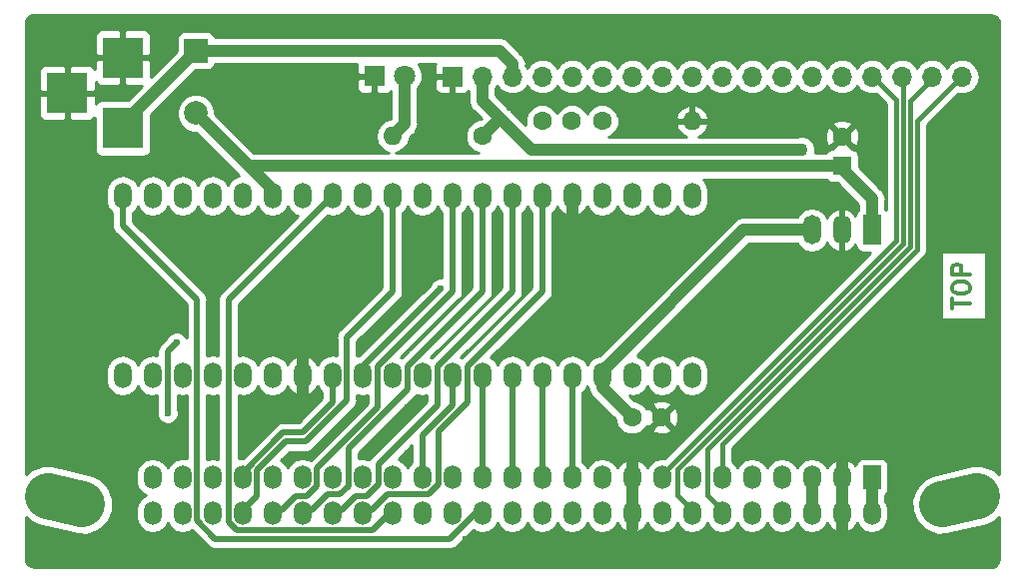
<source format=gbr>
G04 #@! TF.GenerationSoftware,KiCad,Pcbnew,(5.0.0-rc3-dev)*
G04 #@! TF.CreationDate,2019-01-29T23:40:13+01:00*
G04 #@! TF.ProjectId,Lawo 28x13,4C61776F2032387831332E6B69636164,0.12*
G04 #@! TF.SameCoordinates,Original*
G04 #@! TF.FileFunction,Copper,L1,Top,Signal*
G04 #@! TF.FilePolarity,Positive*
%FSLAX46Y46*%
G04 Gerber Fmt 4.6, Leading zero omitted, Abs format (unit mm)*
G04 Created by KiCad (PCBNEW (5.0.0-rc3-dev)) date 2019 January 29, Tuesday 23:40:13*
%MOMM*%
%LPD*%
G01*
G04 APERTURE LIST*
G04 #@! TA.AperFunction,NonConductor*
%ADD10C,0.300000*%
G04 #@! TD*
G04 #@! TA.AperFunction,ComponentPad*
%ADD11C,1.600000*%
G04 #@! TD*
G04 #@! TA.AperFunction,ComponentPad*
%ADD12O,1.600000X1.600000*%
G04 #@! TD*
G04 #@! TA.AperFunction,ComponentPad*
%ADD13O,1.501140X2.199640*%
G04 #@! TD*
G04 #@! TA.AperFunction,ComponentPad*
%ADD14R,2.000000X2.000000*%
G04 #@! TD*
G04 #@! TA.AperFunction,ComponentPad*
%ADD15C,2.000000*%
G04 #@! TD*
G04 #@! TA.AperFunction,ComponentPad*
%ADD16C,3.900000*%
G04 #@! TD*
G04 #@! TA.AperFunction,Conductor*
%ADD17C,3.900000*%
G04 #@! TD*
G04 #@! TA.AperFunction,ComponentPad*
%ADD18O,1.500000X2.000000*%
G04 #@! TD*
G04 #@! TA.AperFunction,ComponentPad*
%ADD19R,1.500000X2.000000*%
G04 #@! TD*
G04 #@! TA.AperFunction,ComponentPad*
%ADD20C,5.000000*%
G04 #@! TD*
G04 #@! TA.AperFunction,ComponentPad*
%ADD21R,3.500120X3.500120*%
G04 #@! TD*
G04 #@! TA.AperFunction,ComponentPad*
%ADD22R,1.600000X1.600000*%
G04 #@! TD*
G04 #@! TA.AperFunction,ComponentPad*
%ADD23O,1.700000X1.700000*%
G04 #@! TD*
G04 #@! TA.AperFunction,ComponentPad*
%ADD24R,1.700000X1.700000*%
G04 #@! TD*
G04 #@! TA.AperFunction,ComponentPad*
%ADD25C,1.800000*%
G04 #@! TD*
G04 #@! TA.AperFunction,ComponentPad*
%ADD26R,1.800000X1.800000*%
G04 #@! TD*
G04 #@! TA.AperFunction,ComponentPad*
%ADD27O,1.500000X2.500000*%
G04 #@! TD*
G04 #@! TA.AperFunction,ComponentPad*
%ADD28R,1.500000X2.500000*%
G04 #@! TD*
G04 #@! TA.AperFunction,ViaPad*
%ADD29C,0.600000*%
G04 #@! TD*
G04 #@! TA.AperFunction,ViaPad*
%ADD30C,1.100000*%
G04 #@! TD*
G04 #@! TA.AperFunction,Conductor*
%ADD31C,1.000000*%
G04 #@! TD*
G04 #@! TA.AperFunction,Conductor*
%ADD32C,0.500000*%
G04 #@! TD*
G04 #@! TA.AperFunction,Conductor*
%ADD33C,0.400000*%
G04 #@! TD*
G04 #@! TA.AperFunction,Conductor*
%ADD34C,0.254000*%
G04 #@! TD*
G04 APERTURE END LIST*
D10*
X184598571Y-113724285D02*
X184598571Y-112867142D01*
X186098571Y-113295714D02*
X184598571Y-113295714D01*
X184598571Y-112081428D02*
X184598571Y-111795714D01*
X184670000Y-111652857D01*
X184812857Y-111510000D01*
X185098571Y-111438571D01*
X185598571Y-111438571D01*
X185884285Y-111510000D01*
X186027142Y-111652857D01*
X186098571Y-111795714D01*
X186098571Y-112081428D01*
X186027142Y-112224285D01*
X185884285Y-112367142D01*
X185598571Y-112438571D01*
X185098571Y-112438571D01*
X184812857Y-112367142D01*
X184670000Y-112224285D01*
X184598571Y-112081428D01*
X186098571Y-110795714D02*
X184598571Y-110795714D01*
X184598571Y-110224285D01*
X184670000Y-110081428D01*
X184741428Y-110010000D01*
X184884285Y-109938571D01*
X185098571Y-109938571D01*
X185241428Y-110010000D01*
X185312857Y-110081428D01*
X185384285Y-110224285D01*
X185384285Y-110795714D01*
D11*
G04 #@! TO.P,R2,1*
G04 #@! TO.N,+5V*
X144780000Y-99060000D03*
D12*
G04 #@! TO.P,R2,2*
G04 #@! TO.N,Net-(LED1-Pad2)*
X137160000Y-99060000D03*
G04 #@! TD*
D13*
G04 #@! TO.P,IC1,40*
G04 #@! TO.N,SET_4*
X114300000Y-104140000D03*
G04 #@! TO.P,IC1,39*
G04 #@! TO.N,SET_6*
X116840000Y-104140000D03*
G04 #@! TO.P,IC1,38*
G04 #@! TO.N,SET_3*
X119380000Y-104140000D03*
G04 #@! TO.P,IC1,37*
G04 #@! TO.N,SET_2*
X121920000Y-104140000D03*
G04 #@! TO.P,IC1,36*
G04 #@! TO.N,SET_1*
X124460000Y-104140000D03*
G04 #@! TO.P,IC1,35*
G04 #@! TO.N,+24V*
X127000000Y-104140000D03*
G04 #@! TO.P,IC1,34*
G04 #@! TO.N,SET_5*
X129540000Y-104140000D03*
G04 #@! TO.P,IC1,33*
G04 #@! TO.N,SET_7*
X132080000Y-104140000D03*
G04 #@! TO.P,IC1,32*
G04 #@! TO.N,SET_X*
X134620000Y-104140000D03*
G04 #@! TO.P,IC1,31*
G04 #@! TO.N,SET_12*
X137160000Y-104140000D03*
G04 #@! TO.P,IC1,30*
G04 #@! TO.N,SET_13*
X139700000Y-104140000D03*
G04 #@! TO.P,IC1,29*
G04 #@! TO.N,SET_11*
X142240000Y-104140000D03*
G04 #@! TO.P,IC1,28*
G04 #@! TO.N,SET_10*
X144780000Y-104140000D03*
G04 #@! TO.P,IC1,27*
G04 #@! TO.N,SET_9*
X147320000Y-104140000D03*
G04 #@! TO.P,IC1,26*
G04 #@! TO.N,SET_8*
X149860000Y-104140000D03*
G04 #@! TO.P,IC1,25*
G04 #@! TO.N,GND*
X152400000Y-104140000D03*
G04 #@! TO.P,IC1,24*
G04 #@! TO.N,Net-(C1-Pad2)*
X154940000Y-104140000D03*
G04 #@! TO.P,IC1,23*
G04 #@! TO.N,ROW_DATA*
X157480000Y-104140000D03*
G04 #@! TO.P,IC1,22*
G04 #@! TO.N,ROW_B1*
X160020000Y-104140000D03*
G04 #@! TO.P,IC1,21*
G04 #@! TO.N,ROW_B0*
X162560000Y-104140000D03*
G04 #@! TO.P,IC1,20*
G04 #@! TO.N,ROW_A2*
X162560000Y-119380000D03*
G04 #@! TO.P,IC1,19*
G04 #@! TO.N,ROW_A0*
X160020000Y-119380000D03*
G04 #@! TO.P,IC1,18*
G04 #@! TO.N,ROW_A1*
X157480000Y-119380000D03*
G04 #@! TO.P,IC1,17*
G04 #@! TO.N,+5V*
X154940000Y-119380000D03*
G04 #@! TO.P,IC1,16*
G04 #@! TO.N,RESET_1*
X152400000Y-119380000D03*
G04 #@! TO.P,IC1,15*
G04 #@! TO.N,RESET_2*
X149860000Y-119380000D03*
G04 #@! TO.P,IC1,14*
G04 #@! TO.N,RESET_3*
X147320000Y-119380000D03*
G04 #@! TO.P,IC1,13*
G04 #@! TO.N,RESET_4*
X144780000Y-119380000D03*
G04 #@! TO.P,IC1,12*
G04 #@! TO.N,RESET_6*
X142240000Y-119380000D03*
G04 #@! TO.P,IC1,11*
G04 #@! TO.N,RESET_5*
X139700000Y-119380000D03*
G04 #@! TO.P,IC1,10*
G04 #@! TO.N,RESET_7*
X137160000Y-119380000D03*
G04 #@! TO.P,IC1,9*
G04 #@! TO.N,RESET_X*
X134620000Y-119380000D03*
G04 #@! TO.P,IC1,8*
G04 #@! TO.N,RESET_12*
X132080000Y-119380000D03*
G04 #@! TO.P,IC1,7*
G04 #@! TO.N,GND*
X129540000Y-119380000D03*
G04 #@! TO.P,IC1,6*
G04 #@! TO.N,RESET_8*
X127000000Y-119380000D03*
G04 #@! TO.P,IC1,5*
G04 #@! TO.N,RESET_9*
X124460000Y-119380000D03*
G04 #@! TO.P,IC1,4*
G04 #@! TO.N,RESET_10*
X121920000Y-119380000D03*
G04 #@! TO.P,IC1,3*
G04 #@! TO.N,RESET_13*
X119380000Y-119380000D03*
G04 #@! TO.P,IC1,2*
G04 #@! TO.N,RESET_11*
X116840000Y-119380000D03*
G04 #@! TO.P,IC1,1*
G04 #@! TO.N,Net-(IC1-Pad1)*
X114300000Y-119380000D03*
G04 #@! TD*
D14*
G04 #@! TO.P,PWR_SW1,1*
G04 #@! TO.N,VIN*
X120500000Y-91838000D03*
D15*
G04 #@! TO.P,PWR_SW1,2*
G04 #@! TO.N,+24V*
X120500000Y-97138000D03*
G04 #@! TD*
D16*
G04 #@! TO.P,I1,*
G04 #@! TO.N,*
X185216800Y-129921000D03*
D17*
G04 #@! TD*
G04 #@! TO.N,*
G04 #@! TO.C,I1*
X183758858Y-130273713D02*
X186674742Y-129568287D01*
D16*
G04 #@! TO.P,I1,*
G04 #@! TO.N,*
X109423200Y-129921000D03*
D17*
G04 #@! TD*
G04 #@! TO.N,*
G04 #@! TO.C,I1*
X110881142Y-130273713D02*
X107965258Y-129568287D01*
D18*
G04 #@! TO.P,I1,42*
G04 #@! TO.N,SET_11*
X127000000Y-131060000D03*
G04 #@! TO.P,I1,41*
G04 #@! TO.N,RESET_11*
X127000000Y-128020000D03*
G04 #@! TO.P,I1,43*
G04 #@! TO.N,RESET_12*
X124460000Y-128020000D03*
G04 #@! TO.P,I1,44*
G04 #@! TO.N,SET_12*
X124460000Y-131060000D03*
G04 #@! TO.P,I1,46*
G04 #@! TO.N,SET_13*
X121920000Y-131060000D03*
G04 #@! TO.P,I1,45*
G04 #@! TO.N,RESET_13*
X121920000Y-128020000D03*
G04 #@! TO.P,I1,49*
G04 #@! TO.N,Net-(I1-Pad49)*
X116840000Y-128020000D03*
G04 #@! TO.P,I1,50*
G04 #@! TO.N,Net-(I1-Pad50)*
X116840000Y-131060000D03*
G04 #@! TO.P,I1,48*
G04 #@! TO.N,Net-(I1-Pad48)*
X119380000Y-131060000D03*
G04 #@! TO.P,I1,47*
G04 #@! TO.N,Net-(I1-Pad47)*
X119380000Y-128020000D03*
G04 #@! TO.P,I1,37*
G04 #@! TO.N,RESET_9*
X132080000Y-128020000D03*
G04 #@! TO.P,I1,38*
G04 #@! TO.N,SET_9*
X132080000Y-131060000D03*
G04 #@! TO.P,I1,40*
G04 #@! TO.N,SET_10*
X129540000Y-131060000D03*
G04 #@! TO.P,I1,39*
G04 #@! TO.N,RESET_10*
X129540000Y-128020000D03*
G04 #@! TO.P,I1,35*
G04 #@! TO.N,RESET_8*
X134620000Y-128020000D03*
G04 #@! TO.P,I1,36*
G04 #@! TO.N,SET_8*
X134620000Y-131060000D03*
G04 #@! TO.P,I1,34*
G04 #@! TO.N,SET_7*
X137160000Y-131060000D03*
G04 #@! TO.P,I1,33*
G04 #@! TO.N,RESET_7*
X137160000Y-128020000D03*
G04 #@! TO.P,I1,31*
G04 #@! TO.N,RESET_6*
X139700000Y-128020000D03*
G04 #@! TO.P,I1,32*
G04 #@! TO.N,SET_6*
X139700000Y-131060000D03*
G04 #@! TO.P,I1,27*
G04 #@! TO.N,RESET_4*
X144780000Y-128020000D03*
G04 #@! TO.P,I1,28*
G04 #@! TO.N,SET_4*
X144780000Y-131060000D03*
G04 #@! TO.P,I1,30*
G04 #@! TO.N,SET_5*
X142240000Y-131060000D03*
G04 #@! TO.P,I1,29*
G04 #@! TO.N,RESET_5*
X142240000Y-128020000D03*
G04 #@! TO.P,I1,25*
G04 #@! TO.N,RESET_3*
X147320000Y-128020000D03*
G04 #@! TO.P,I1,26*
G04 #@! TO.N,SET_3*
X147320000Y-131060000D03*
G04 #@! TO.P,I1,24*
G04 #@! TO.N,SET_2*
X149860000Y-131060000D03*
G04 #@! TO.P,I1,23*
G04 #@! TO.N,RESET_2*
X149860000Y-128020000D03*
G04 #@! TO.P,I1,21*
G04 #@! TO.N,RESET_1*
X152400000Y-128020000D03*
G04 #@! TO.P,I1,22*
G04 #@! TO.N,SET_1*
X152400000Y-131060000D03*
G04 #@! TO.P,I1,20*
G04 #@! TO.N,Net-(I1-Pad20)*
X154940000Y-131060000D03*
G04 #@! TO.P,I1,19*
G04 #@! TO.N,Net-(I1-Pad19)*
X154940000Y-128020000D03*
G04 #@! TO.P,I1,17*
G04 #@! TO.N,GND*
X157480000Y-128020000D03*
G04 #@! TO.P,I1,18*
X157480000Y-131060000D03*
G04 #@! TO.P,I1,16*
G04 #@! TO.N,COL_A0*
X160020000Y-131060000D03*
G04 #@! TO.P,I1,15*
G04 #@! TO.N,COL_A1*
X160020000Y-128020000D03*
G04 #@! TO.P,I1,13*
G04 #@! TO.N,COL_DATA*
X162560000Y-128020000D03*
G04 #@! TO.P,I1,14*
G04 #@! TO.N,COL_A2*
X162560000Y-131060000D03*
G04 #@! TO.P,I1,12*
G04 #@! TO.N,COL_B0*
X165100000Y-131060000D03*
G04 #@! TO.P,I1,11*
G04 #@! TO.N,COL_B1*
X165100000Y-128020000D03*
G04 #@! TO.P,I1,9*
G04 #@! TO.N,Net-(I1-Pad9)*
X167640000Y-128020000D03*
G04 #@! TO.P,I1,10*
G04 #@! TO.N,COL_ENABLE_mR*
X167640000Y-131060000D03*
G04 #@! TO.P,I1,8*
G04 #@! TO.N,Net-(I1-Pad8)*
X170180000Y-131060000D03*
G04 #@! TO.P,I1,7*
G04 #@! TO.N,COL_ENABLE_oR*
X170180000Y-128020000D03*
D19*
G04 #@! TO.P,I1,1*
G04 #@! TO.N,+24V*
X177800000Y-128020000D03*
D18*
G04 #@! TO.P,I1,2*
X177800000Y-131060000D03*
G04 #@! TO.P,I1,3*
G04 #@! TO.N,GND*
X175260000Y-128020000D03*
G04 #@! TO.P,I1,4*
X175260000Y-131060000D03*
G04 #@! TO.P,I1,5*
G04 #@! TO.N,+5V*
X172720000Y-128020000D03*
G04 #@! TO.P,I1,6*
X172720000Y-131060000D03*
G04 #@! TD*
D20*
G04 #@! TO.P,MTH4,1*
G04 #@! TO.N,GND*
X109220000Y-120650000D03*
G04 #@! TD*
G04 #@! TO.P,MTH2,1*
G04 #@! TO.N,GND*
X185420000Y-102870000D03*
G04 #@! TD*
G04 #@! TO.P,MTH3,1*
G04 #@! TO.N,GND*
X185420000Y-120650000D03*
G04 #@! TD*
G04 #@! TO.P,MTH1,1*
G04 #@! TO.N,GND*
X109220000Y-102870000D03*
G04 #@! TD*
D21*
G04 #@! TO.P,PWR1,1*
G04 #@! TO.N,VIN*
X114300000Y-98402140D03*
G04 #@! TO.P,PWR1,2*
G04 #@! TO.N,GND*
X114300000Y-92402660D03*
G04 #@! TO.P,PWR1,3*
X109601000Y-95402400D03*
G04 #@! TD*
D11*
G04 #@! TO.P,C1,1*
G04 #@! TO.N,ROW_ENABLE*
X149860000Y-97790000D03*
G04 #@! TO.P,C1,2*
G04 #@! TO.N,Net-(C1-Pad2)*
X152360000Y-97790000D03*
G04 #@! TD*
G04 #@! TO.P,C2,2*
G04 #@! TO.N,GND*
X175260000Y-99100000D03*
D22*
G04 #@! TO.P,C2,1*
G04 #@! TO.N,+24V*
X175260000Y-101600000D03*
G04 #@! TD*
D11*
G04 #@! TO.P,C3,2*
G04 #@! TO.N,GND*
X159980000Y-122936000D03*
G04 #@! TO.P,C3,1*
G04 #@! TO.N,+5V*
X157480000Y-122936000D03*
G04 #@! TD*
D23*
G04 #@! TO.P,I2,18*
G04 #@! TO.N,COL_B1*
X185420000Y-94043500D03*
G04 #@! TO.P,I2,17*
G04 #@! TO.N,COL_B0*
X182880000Y-94043500D03*
G04 #@! TO.P,I2,16*
G04 #@! TO.N,COL_A2*
X180340000Y-94043500D03*
G04 #@! TO.P,I2,15*
G04 #@! TO.N,COL_A1*
X177800000Y-94043500D03*
G04 #@! TO.P,I2,14*
G04 #@! TO.N,COL_A0*
X175260000Y-94043500D03*
G04 #@! TO.P,I2,13*
G04 #@! TO.N,COL_DATA*
X172720000Y-94043500D03*
G04 #@! TO.P,I2,12*
G04 #@! TO.N,COL_ENABLE_oR*
X170180000Y-94043500D03*
G04 #@! TO.P,I2,11*
G04 #@! TO.N,COL_ENABLE_mR*
X167640000Y-94043500D03*
G04 #@! TO.P,I2,10*
G04 #@! TO.N,ROW_B1*
X165100000Y-94043500D03*
G04 #@! TO.P,I2,9*
G04 #@! TO.N,ROW_B0*
X162560000Y-94043500D03*
G04 #@! TO.P,I2,8*
G04 #@! TO.N,ROW_A2*
X160020000Y-94043500D03*
G04 #@! TO.P,I2,7*
G04 #@! TO.N,ROW_A1*
X157480000Y-94043500D03*
G04 #@! TO.P,I2,6*
G04 #@! TO.N,ROW_A0*
X154940000Y-94043500D03*
G04 #@! TO.P,I2,5*
G04 #@! TO.N,ROW_DATA*
X152400000Y-94043500D03*
G04 #@! TO.P,I2,4*
G04 #@! TO.N,ROW_ENABLE*
X149860000Y-94043500D03*
G04 #@! TO.P,I2,3*
G04 #@! TO.N,VIN*
X147320000Y-94043500D03*
G04 #@! TO.P,I2,2*
G04 #@! TO.N,+5V*
X144780000Y-94043500D03*
D24*
G04 #@! TO.P,I2,1*
G04 #@! TO.N,GND*
X142240000Y-94043500D03*
G04 #@! TD*
D25*
G04 #@! TO.P,LED1,2*
G04 #@! TO.N,Net-(LED1-Pad2)*
X138176000Y-93980000D03*
D26*
G04 #@! TO.P,LED1,1*
G04 #@! TO.N,GND*
X135636000Y-93980000D03*
G04 #@! TD*
D12*
G04 #@! TO.P,R1,2*
G04 #@! TO.N,GND*
X162560000Y-97790000D03*
D11*
G04 #@! TO.P,R1,1*
G04 #@! TO.N,Net-(C1-Pad2)*
X154940000Y-97790000D03*
G04 #@! TD*
D27*
G04 #@! TO.P,U1,3*
G04 #@! TO.N,+5V*
X172720000Y-107039000D03*
G04 #@! TO.P,U1,2*
G04 #@! TO.N,GND*
X175260000Y-107039000D03*
D28*
G04 #@! TO.P,U1,1*
G04 #@! TO.N,+24V*
X177800000Y-107039000D03*
G04 #@! TD*
D29*
G04 #@! TO.N,GND*
X160020000Y-106934000D03*
X157480000Y-106934000D03*
X152400000Y-106934000D03*
X175260000Y-125222000D03*
X138430000Y-122047000D03*
X134620000Y-125984000D03*
X134620000Y-121602500D03*
X138430000Y-125984000D03*
X143383000Y-133223000D03*
X124460000Y-123952000D03*
X165100000Y-97790000D03*
X160020000Y-116586000D03*
X139700000Y-106934000D03*
X121920000Y-122047000D03*
X164719000Y-116586000D03*
X164719000Y-106934000D03*
X167640000Y-104140000D03*
X116840000Y-116332000D03*
X152400000Y-116586000D03*
X143510000Y-106934000D03*
X146050000Y-106934000D03*
X148590000Y-106934000D03*
X175260000Y-104140000D03*
X127000000Y-111760000D03*
X121920000Y-111760000D03*
X116840000Y-106934000D03*
X167640000Y-116586000D03*
X175260000Y-116586000D03*
X148590000Y-95885000D03*
X153670000Y-95885000D03*
X167640000Y-97790000D03*
D30*
G04 #@! TO.N,+5V*
X171831000Y-100249990D03*
D29*
G04 #@! TO.N,RESET_X*
X118110000Y-122555010D03*
X141224000Y-112014000D03*
X118872000Y-116586000D03*
G04 #@! TD*
D31*
G04 #@! TO.N,GND*
X157480000Y-128270000D02*
X157480000Y-130810000D01*
X175260000Y-130810000D02*
X175260000Y-128270000D01*
X175260000Y-130810000D02*
X175260000Y-132842000D01*
X175260000Y-128270000D02*
X175260000Y-126492000D01*
X157480000Y-128270000D02*
X157480000Y-126746000D01*
X157480000Y-130810000D02*
X157480000Y-132334000D01*
X129540000Y-119380000D02*
X129540000Y-117729000D01*
X129540000Y-119380000D02*
X129540000Y-120904000D01*
X152400000Y-104140000D02*
X152400000Y-105664000D01*
G04 #@! TO.N,+24V*
X177800000Y-128270000D02*
X177800000Y-130810000D01*
X177800000Y-104394000D02*
X175006000Y-101600000D01*
X127000000Y-104140000D02*
X127000000Y-103638000D01*
X124962000Y-101600000D02*
X120500000Y-97138000D01*
X127000000Y-103638000D02*
X124962000Y-101600000D01*
X175260000Y-101600000D02*
X171293498Y-101600000D01*
X171293498Y-101600000D02*
X124962000Y-101600000D01*
X177800000Y-104394000D02*
X177800000Y-107039000D01*
G04 #@! TO.N,+5V*
X172720000Y-128270000D02*
X172720000Y-130810000D01*
X154940000Y-120396000D02*
X157480000Y-122936000D01*
X154940000Y-119380000D02*
X154940000Y-120396000D01*
X154940000Y-119030750D02*
X166931750Y-107039000D01*
X166931750Y-107039000D02*
X172720000Y-107039000D01*
X154940000Y-119380000D02*
X154940000Y-119030750D01*
X171053183Y-100249990D02*
X171831000Y-100249990D01*
X148954490Y-100249990D02*
X171053183Y-100249990D01*
X144780000Y-94043500D02*
X144780000Y-96075500D01*
X146240500Y-97599500D02*
X146304000Y-97599500D01*
X144780000Y-99060000D02*
X146240500Y-97599500D01*
X146304000Y-97599500D02*
X148954490Y-100249990D01*
X144780000Y-96075500D02*
X146304000Y-97599500D01*
D32*
G04 #@! TO.N,SET_11*
X130740010Y-128767060D02*
X129897080Y-129609990D01*
X130740010Y-127272940D02*
X130740010Y-128767060D01*
X142237574Y-112255300D02*
X135902700Y-118590174D01*
X135902700Y-118590174D02*
X135902700Y-122110250D01*
X128962010Y-129609990D02*
X127762000Y-130810000D01*
X142240000Y-104140000D02*
X142240000Y-112255300D01*
X135902700Y-122110250D02*
X130740010Y-127272940D01*
X127762000Y-130810000D02*
X127000000Y-130810000D01*
X142240000Y-112255300D02*
X142237574Y-112255300D01*
X129897080Y-129609990D02*
X128962010Y-129609990D01*
G04 #@! TO.N,SET_12*
X125660010Y-129609990D02*
X124460000Y-130810000D01*
X125660010Y-127412920D02*
X125660010Y-129609990D01*
X133280580Y-116147420D02*
X133280580Y-121481420D01*
X129794000Y-124968000D02*
X128104930Y-124968000D01*
X133280580Y-121481420D02*
X129794000Y-124968000D01*
X137160000Y-112268000D02*
X133280580Y-116147420D01*
X128104930Y-124968000D02*
X125660010Y-127412920D01*
X137160000Y-104140000D02*
X137160000Y-112268000D01*
G04 #@! TO.N,RESET_12*
X132080000Y-119380000D02*
X132080000Y-119729250D01*
X124460000Y-127349250D02*
X124460000Y-128270000D01*
X124460000Y-127622968D02*
X127876968Y-124206000D01*
X124460000Y-128270000D02*
X124460000Y-127622968D01*
X127876968Y-124206000D02*
X129540000Y-124206000D01*
X132080000Y-121666000D02*
X132080000Y-119380000D01*
X129540000Y-124206000D02*
X132080000Y-121666000D01*
G04 #@! TO.N,SET_9*
X132842000Y-130810000D02*
X132080000Y-130810000D01*
X134042010Y-129609990D02*
X132842000Y-130810000D01*
X135959990Y-128627080D02*
X134977080Y-129609990D01*
X135959990Y-126930010D02*
X135959990Y-128627080D01*
X147320000Y-112252874D02*
X140957300Y-118615574D01*
X140957300Y-118615574D02*
X140957300Y-121932700D01*
X140957300Y-121932700D02*
X135959990Y-126930010D01*
X134977080Y-129609990D02*
X134042010Y-129609990D01*
X147320000Y-104140000D02*
X147320000Y-112252874D01*
G04 #@! TO.N,RESET_10*
X129540000Y-127349250D02*
X129540000Y-128270000D01*
X121920000Y-119380000D02*
X121920000Y-119729250D01*
G04 #@! TO.N,SET_10*
X144780000Y-112255300D02*
X144780000Y-104140000D01*
X139202704Y-117830170D02*
X139205130Y-117830170D01*
X138499420Y-118535880D02*
X138499420Y-118533454D01*
X138430000Y-118605300D02*
X138499420Y-118535880D01*
X138430000Y-120572914D02*
X138430000Y-118605300D01*
X133419990Y-125582924D02*
X138430000Y-120572914D01*
X133419990Y-128767060D02*
X133419990Y-125582924D01*
X132717040Y-129470010D02*
X133419990Y-128767060D01*
X131641990Y-129470010D02*
X132717040Y-129470010D01*
X130302000Y-130810000D02*
X131641990Y-129470010D01*
X138499420Y-118533454D02*
X139202704Y-117830170D01*
X139205130Y-117830170D02*
X144780000Y-112255300D01*
X129540000Y-130810000D02*
X130302000Y-130810000D01*
G04 #@! TO.N,SET_8*
X143484600Y-121665362D02*
X143484600Y-118628274D01*
X141039990Y-128627080D02*
X141039990Y-124109972D01*
X140197060Y-129470010D02*
X141039990Y-128627080D01*
X149860000Y-105739820D02*
X149860000Y-104140000D01*
X141039990Y-124109972D02*
X143484600Y-121665362D01*
X136721990Y-129470010D02*
X140197060Y-129470010D01*
X135382000Y-130810000D02*
X136721990Y-129470010D01*
X149860000Y-112252874D02*
X149860000Y-105739820D01*
X143484600Y-118628274D02*
X149860000Y-112252874D01*
X134620000Y-130810000D02*
X135382000Y-130810000D01*
G04 #@! TO.N,SET_7*
X123962940Y-132510010D02*
X135459990Y-132510010D01*
X135459990Y-132510010D02*
X137160000Y-130810000D01*
X123259420Y-131806490D02*
X123962940Y-132510010D01*
X123259420Y-112960580D02*
X123259420Y-131806490D01*
X132080000Y-104140000D02*
X123259420Y-112960580D01*
G04 #@! TO.N,RESET_6*
X139700000Y-124460000D02*
X139700000Y-128270000D01*
X142240000Y-121920000D02*
X139700000Y-124460000D01*
X142240000Y-119380000D02*
X142240000Y-121920000D01*
G04 #@! TO.N,SET_4*
X114300000Y-106680000D02*
X114300000Y-105739820D01*
X120580580Y-112960580D02*
X114300000Y-106680000D01*
X114300000Y-105739820D02*
X114300000Y-104140000D01*
X144437070Y-130810000D02*
X142037050Y-133210020D01*
X120580580Y-131667650D02*
X120580580Y-112960580D01*
X122122950Y-133210020D02*
X120580580Y-131667650D01*
X142037050Y-133210020D02*
X122122950Y-133210020D01*
X144780000Y-130810000D02*
X144437070Y-130810000D01*
G04 #@! TO.N,RESET_4*
X144780000Y-119380000D02*
X144780000Y-128270000D01*
G04 #@! TO.N,RESET_3*
X147320000Y-119380000D02*
X147320000Y-128270000D01*
G04 #@! TO.N,RESET_2*
X149860000Y-119380000D02*
X149860000Y-128270000D01*
G04 #@! TO.N,RESET_1*
X152400000Y-119380000D02*
X152400000Y-128270000D01*
D33*
G04 #@! TO.N,COL_A1*
X179809967Y-107972033D02*
X160020000Y-127762000D01*
X179809967Y-95989967D02*
X179809967Y-107972033D01*
X177863500Y-94043500D02*
X179809967Y-95989967D01*
X160020000Y-127762000D02*
X160020000Y-128270000D01*
X177800000Y-94043500D02*
X177863500Y-94043500D01*
G04 #@! TO.N,COL_A2*
X162560000Y-130810000D02*
X161290000Y-129540000D01*
X161290000Y-129540000D02*
X161290000Y-127340542D01*
X161290000Y-127340542D02*
X180409978Y-108220564D01*
X180409978Y-108220564D02*
X180409978Y-94049978D01*
X180409978Y-94049978D02*
X180340000Y-93980000D01*
G04 #@! TO.N,COL_B1*
X165100000Y-125227626D02*
X165100000Y-128270000D01*
X181610000Y-97790000D02*
X181610000Y-108717627D01*
X181610000Y-108717627D02*
X165100000Y-125227626D01*
X185420000Y-93980000D02*
X181610000Y-97790000D01*
G04 #@! TO.N,COL_B0*
X182880000Y-94234000D02*
X182880000Y-93980000D01*
X181009989Y-96104011D02*
X182880000Y-94234000D01*
X181009989Y-108469095D02*
X181009989Y-96104011D01*
X163830000Y-129540000D02*
X163830000Y-125649084D01*
X163830000Y-125649084D02*
X181009989Y-108469095D01*
X165100000Y-130810000D02*
X163830000Y-129540000D01*
D31*
G04 #@! TO.N,Net-(LED1-Pad2)*
X138176000Y-98044000D02*
X138176000Y-93980000D01*
X137160000Y-99060000D02*
X138176000Y-98044000D01*
G04 #@! TO.N,VIN*
X114300000Y-98402100D02*
X114698000Y-98402100D01*
X114698000Y-98402100D02*
X114952000Y-98402100D01*
X114300000Y-98402100D02*
X114698000Y-98402100D01*
X114300000Y-98402100D02*
X114300000Y-98038000D01*
X114300000Y-98038000D02*
X120500000Y-91838000D01*
X147320000Y-93980000D02*
X147320000Y-92964000D01*
X147320000Y-92964000D02*
X146194000Y-91838000D01*
X146194000Y-91838000D02*
X120500000Y-91838000D01*
D32*
G04 #@! TO.N,RESET_X*
X134620000Y-118630700D02*
X134620000Y-119380000D01*
X141224000Y-112026700D02*
X134620000Y-118630700D01*
X141224000Y-112014000D02*
X141224000Y-112026700D01*
X118572001Y-116885999D02*
X118872000Y-116586000D01*
X118110000Y-117348000D02*
X118572001Y-116885999D01*
X118110000Y-122555010D02*
X118110000Y-117348000D01*
G04 #@! TD*
D34*
G04 #@! TO.N,GND*
G36*
X188156466Y-88868209D02*
X188329238Y-88967959D01*
X188457474Y-89120785D01*
X188536173Y-89337009D01*
X188545001Y-89437914D01*
X188545000Y-127776506D01*
X188047937Y-127318633D01*
X187082503Y-126964378D01*
X186314361Y-126995901D01*
X182903555Y-127821061D01*
X182205947Y-128144140D01*
X181509204Y-128900518D01*
X181154949Y-129865952D01*
X181197116Y-130893463D01*
X181629285Y-131826624D01*
X182385663Y-132523367D01*
X183351097Y-132877622D01*
X184119238Y-132846099D01*
X187530045Y-132020939D01*
X188227653Y-131697860D01*
X188545000Y-131353351D01*
X188545000Y-134941072D01*
X188499791Y-135197466D01*
X188400041Y-135370238D01*
X188247215Y-135498474D01*
X188030992Y-135577173D01*
X187930097Y-135586000D01*
X106739927Y-135586000D01*
X106483534Y-135540791D01*
X106310762Y-135441041D01*
X106182526Y-135288215D01*
X106103827Y-135071992D01*
X106095000Y-134971097D01*
X106095000Y-131353351D01*
X106412347Y-131697860D01*
X107109955Y-132020939D01*
X110520761Y-132846099D01*
X111288903Y-132877622D01*
X112254337Y-132523367D01*
X113010715Y-131826624D01*
X113442884Y-130893463D01*
X113485051Y-129865951D01*
X113130796Y-128900518D01*
X112434053Y-128144140D01*
X111736445Y-127821061D01*
X108325638Y-126995901D01*
X107557497Y-126964378D01*
X106592063Y-127318633D01*
X106095000Y-127776506D01*
X106095000Y-95688150D01*
X107215940Y-95688150D01*
X107215940Y-97278769D01*
X107312613Y-97512158D01*
X107491241Y-97690787D01*
X107724630Y-97787460D01*
X109315250Y-97787460D01*
X109474000Y-97628710D01*
X109474000Y-95529400D01*
X109728000Y-95529400D01*
X109728000Y-97628710D01*
X109886750Y-97787460D01*
X111477370Y-97787460D01*
X111710759Y-97690787D01*
X111889387Y-97512158D01*
X111902500Y-97480500D01*
X111902500Y-100152200D01*
X111951783Y-100399965D01*
X112092131Y-100610009D01*
X112302175Y-100750357D01*
X112549940Y-100799640D01*
X116050060Y-100799640D01*
X116297825Y-100750357D01*
X116507869Y-100610009D01*
X116648217Y-100399965D01*
X116697500Y-100152200D01*
X116697500Y-97245631D01*
X119677381Y-94265750D01*
X134101000Y-94265750D01*
X134101000Y-95006310D01*
X134197673Y-95239699D01*
X134376302Y-95418327D01*
X134609691Y-95515000D01*
X135350250Y-95515000D01*
X135509000Y-95356250D01*
X135509000Y-94107000D01*
X134259750Y-94107000D01*
X134101000Y-94265750D01*
X119677381Y-94265750D01*
X120457692Y-93485440D01*
X121500000Y-93485440D01*
X121747765Y-93436157D01*
X121957809Y-93295809D01*
X122098157Y-93085765D01*
X122120587Y-92973000D01*
X134101000Y-92973000D01*
X134101000Y-93694250D01*
X134259750Y-93853000D01*
X135509000Y-93853000D01*
X135509000Y-93833000D01*
X135763000Y-93833000D01*
X135763000Y-93853000D01*
X135783000Y-93853000D01*
X135783000Y-94107000D01*
X135763000Y-94107000D01*
X135763000Y-95356250D01*
X135921750Y-95515000D01*
X136662309Y-95515000D01*
X136895698Y-95418327D01*
X137041001Y-95273025D01*
X137041000Y-97573868D01*
X136982718Y-97632151D01*
X136600091Y-97708260D01*
X136125423Y-98025423D01*
X135808260Y-98500091D01*
X135696887Y-99060000D01*
X135808260Y-99619909D01*
X136125423Y-100094577D01*
X136600091Y-100411740D01*
X136867847Y-100465000D01*
X125432132Y-100465000D01*
X122135000Y-97167869D01*
X122135000Y-96812778D01*
X121886086Y-96211847D01*
X121426153Y-95751914D01*
X120825222Y-95503000D01*
X120174778Y-95503000D01*
X119573847Y-95751914D01*
X119113914Y-96211847D01*
X118865000Y-96812778D01*
X118865000Y-97463222D01*
X119113914Y-98064153D01*
X119573847Y-98524086D01*
X120174778Y-98773000D01*
X120529869Y-98773000D01*
X124080389Y-102323521D01*
X124143711Y-102418289D01*
X124169845Y-102435751D01*
X123919378Y-102485572D01*
X123461060Y-102791811D01*
X123190000Y-103197481D01*
X122918939Y-102791810D01*
X122460621Y-102485572D01*
X121920000Y-102378036D01*
X121379378Y-102485572D01*
X120921060Y-102791811D01*
X120650000Y-103197481D01*
X120378939Y-102791810D01*
X119920621Y-102485572D01*
X119380000Y-102378036D01*
X118839378Y-102485572D01*
X118381060Y-102791811D01*
X118110000Y-103197481D01*
X117838939Y-102791810D01*
X117380621Y-102485572D01*
X116840000Y-102378036D01*
X116299378Y-102485572D01*
X115841060Y-102791811D01*
X115570000Y-103197481D01*
X115298939Y-102791810D01*
X114840621Y-102485572D01*
X114300000Y-102378036D01*
X113759378Y-102485572D01*
X113301060Y-102791811D01*
X112994822Y-103250129D01*
X112914430Y-103654288D01*
X112914430Y-104625713D01*
X112994822Y-105029872D01*
X113301061Y-105488190D01*
X113415000Y-105564322D01*
X113415000Y-105826984D01*
X113415001Y-105826988D01*
X113415000Y-106592839D01*
X113397663Y-106680000D01*
X113415000Y-106767161D01*
X113415000Y-106767164D01*
X113466348Y-107025309D01*
X113661951Y-107318049D01*
X113735847Y-107367425D01*
X119695581Y-113327160D01*
X119695581Y-116131027D01*
X119664655Y-116056365D01*
X119401635Y-115793345D01*
X119057983Y-115651000D01*
X118686017Y-115651000D01*
X118342365Y-115793345D01*
X118079345Y-116056365D01*
X118029344Y-116177078D01*
X117545845Y-116660577D01*
X117471952Y-116709951D01*
X117422578Y-116783844D01*
X117422576Y-116783846D01*
X117276348Y-117002691D01*
X117207663Y-117348000D01*
X117225001Y-117435165D01*
X117225001Y-117694617D01*
X116840000Y-117618036D01*
X116299378Y-117725572D01*
X115841060Y-118031811D01*
X115570000Y-118437481D01*
X115298939Y-118031810D01*
X114840621Y-117725572D01*
X114300000Y-117618036D01*
X113759378Y-117725572D01*
X113301060Y-118031811D01*
X112994822Y-118490129D01*
X112914430Y-118894288D01*
X112914430Y-119865713D01*
X112994822Y-120269872D01*
X113301061Y-120728190D01*
X113759379Y-121034428D01*
X114300000Y-121141964D01*
X114840622Y-121034428D01*
X115298940Y-120728190D01*
X115570000Y-120322520D01*
X115841061Y-120728190D01*
X116299379Y-121034428D01*
X116840000Y-121141964D01*
X117225000Y-121065383D01*
X117225000Y-122248316D01*
X117175000Y-122369027D01*
X117175000Y-122740993D01*
X117317345Y-123084645D01*
X117580365Y-123347665D01*
X117924017Y-123490010D01*
X118295983Y-123490010D01*
X118639635Y-123347665D01*
X118902655Y-123084645D01*
X119045000Y-122740993D01*
X119045000Y-122369027D01*
X118995000Y-122248316D01*
X118995000Y-121065383D01*
X119380000Y-121141964D01*
X119695581Y-121079191D01*
X119695580Y-126420640D01*
X119380000Y-126357867D01*
X118839601Y-126465359D01*
X118381472Y-126771471D01*
X118110000Y-127177757D01*
X117838529Y-126771471D01*
X117380400Y-126465359D01*
X116840000Y-126357867D01*
X116299601Y-126465359D01*
X115841472Y-126771471D01*
X115535359Y-127229600D01*
X115455000Y-127633593D01*
X115455000Y-128406406D01*
X115535359Y-128810399D01*
X115841471Y-129268528D01*
X116247757Y-129540000D01*
X115841472Y-129811471D01*
X115535359Y-130269600D01*
X115455000Y-130673593D01*
X115455000Y-131446406D01*
X115535359Y-131850399D01*
X115841471Y-132308528D01*
X116299600Y-132614641D01*
X116840000Y-132722133D01*
X117380399Y-132614641D01*
X117838528Y-132308529D01*
X118110000Y-131902243D01*
X118381471Y-132308528D01*
X118839600Y-132614641D01*
X119380000Y-132722133D01*
X119920399Y-132614641D01*
X120133562Y-132472210D01*
X121435527Y-133774176D01*
X121484901Y-133848069D01*
X121558794Y-133897443D01*
X121558795Y-133897444D01*
X121777640Y-134043672D01*
X122035785Y-134095020D01*
X122035789Y-134095020D01*
X122122950Y-134112357D01*
X122210111Y-134095020D01*
X141949889Y-134095020D01*
X142037050Y-134112357D01*
X142124211Y-134095020D01*
X142124215Y-134095020D01*
X142382360Y-134043672D01*
X142675099Y-133848069D01*
X142724475Y-133774173D01*
X144026438Y-132472210D01*
X144239600Y-132614641D01*
X144780000Y-132722133D01*
X145320399Y-132614641D01*
X145778528Y-132308529D01*
X146050000Y-131902243D01*
X146321471Y-132308528D01*
X146779600Y-132614641D01*
X147320000Y-132722133D01*
X147860399Y-132614641D01*
X148318528Y-132308529D01*
X148590000Y-131902243D01*
X148861471Y-132308528D01*
X149319600Y-132614641D01*
X149860000Y-132722133D01*
X150400399Y-132614641D01*
X150858528Y-132308529D01*
X151130000Y-131902243D01*
X151401471Y-132308528D01*
X151859600Y-132614641D01*
X152400000Y-132722133D01*
X152940399Y-132614641D01*
X153398528Y-132308529D01*
X153670000Y-131902243D01*
X153941471Y-132308528D01*
X154399600Y-132614641D01*
X154940000Y-132722133D01*
X155480399Y-132614641D01*
X155938528Y-132308529D01*
X156218553Y-131889443D01*
X156230036Y-131931721D01*
X156563106Y-132362736D01*
X157035765Y-132633481D01*
X157138815Y-132652318D01*
X157353000Y-132529656D01*
X157353000Y-131187000D01*
X157333000Y-131187000D01*
X157333000Y-130933000D01*
X157353000Y-130933000D01*
X157353000Y-129590344D01*
X157265092Y-129540000D01*
X157353000Y-129489656D01*
X157353000Y-128147000D01*
X157333000Y-128147000D01*
X157333000Y-127893000D01*
X157353000Y-127893000D01*
X157353000Y-126550344D01*
X157138815Y-126427682D01*
X157035765Y-126446519D01*
X156563106Y-126717264D01*
X156230036Y-127148279D01*
X156218553Y-127190557D01*
X155938529Y-126771471D01*
X155480400Y-126465359D01*
X154940000Y-126357867D01*
X154399601Y-126465359D01*
X153941472Y-126771471D01*
X153670000Y-127177757D01*
X153398529Y-126771471D01*
X153285000Y-126695613D01*
X153285000Y-120804322D01*
X153398940Y-120728190D01*
X153670000Y-120322520D01*
X153809752Y-120531672D01*
X153870854Y-120838855D01*
X154121712Y-121214289D01*
X154216480Y-121277611D01*
X156045000Y-123106132D01*
X156045000Y-123221439D01*
X156263466Y-123748862D01*
X156667138Y-124152534D01*
X157194561Y-124371000D01*
X157765439Y-124371000D01*
X158292862Y-124152534D01*
X158501651Y-123943745D01*
X159151861Y-123943745D01*
X159225995Y-124189864D01*
X159763223Y-124382965D01*
X160333454Y-124355778D01*
X160734005Y-124189864D01*
X160808139Y-123943745D01*
X159980000Y-123115605D01*
X159151861Y-123943745D01*
X158501651Y-123943745D01*
X158696534Y-123748862D01*
X158723525Y-123683701D01*
X158726136Y-123690005D01*
X158972255Y-123764139D01*
X159800395Y-122936000D01*
X160159605Y-122936000D01*
X160987745Y-123764139D01*
X161233864Y-123690005D01*
X161426965Y-123152777D01*
X161399778Y-122582546D01*
X161233864Y-122181995D01*
X160987745Y-122107861D01*
X160159605Y-122936000D01*
X159800395Y-122936000D01*
X158972255Y-122107861D01*
X158726136Y-122181995D01*
X158723710Y-122188746D01*
X158696534Y-122123138D01*
X158501651Y-121928255D01*
X159151861Y-121928255D01*
X159980000Y-122756395D01*
X160808139Y-121928255D01*
X160734005Y-121682136D01*
X160196777Y-121489035D01*
X159626546Y-121516222D01*
X159225995Y-121682136D01*
X159151861Y-121928255D01*
X158501651Y-121928255D01*
X158292862Y-121719466D01*
X157765439Y-121501000D01*
X157650132Y-121501000D01*
X157244190Y-121095059D01*
X157480000Y-121141964D01*
X158020622Y-121034428D01*
X158478940Y-120728190D01*
X158750000Y-120322520D01*
X159021061Y-120728190D01*
X159479379Y-121034428D01*
X160020000Y-121141964D01*
X160560622Y-121034428D01*
X161018940Y-120728190D01*
X161290000Y-120322520D01*
X161561061Y-120728190D01*
X162019379Y-121034428D01*
X162560000Y-121141964D01*
X163100622Y-121034428D01*
X163558940Y-120728190D01*
X163865178Y-120269872D01*
X163945570Y-119865712D01*
X163945570Y-118894287D01*
X163865178Y-118490128D01*
X163558939Y-118031810D01*
X163100621Y-117725572D01*
X162560000Y-117618036D01*
X162019378Y-117725572D01*
X161561060Y-118031811D01*
X161290000Y-118437481D01*
X161018939Y-118031810D01*
X160560621Y-117725572D01*
X160020000Y-117618036D01*
X159479378Y-117725572D01*
X159021060Y-118031811D01*
X158750000Y-118437481D01*
X158478939Y-118031810D01*
X158020621Y-117725572D01*
X157878566Y-117697316D01*
X167401883Y-108174000D01*
X171478569Y-108174000D01*
X171721471Y-108537528D01*
X172179600Y-108843641D01*
X172720000Y-108951133D01*
X173260399Y-108843641D01*
X173718528Y-108537529D01*
X174005742Y-108107684D01*
X174029028Y-108186349D01*
X174370460Y-108608145D01*
X174847316Y-108867173D01*
X174918815Y-108881318D01*
X175133000Y-108758656D01*
X175133000Y-107166000D01*
X175113000Y-107166000D01*
X175113000Y-106912000D01*
X175133000Y-106912000D01*
X175133000Y-105319344D01*
X174918815Y-105196682D01*
X174847316Y-105210827D01*
X174370460Y-105469855D01*
X174029028Y-105891651D01*
X174005742Y-105970316D01*
X173718529Y-105540471D01*
X173260400Y-105234359D01*
X172720000Y-105126867D01*
X172179601Y-105234359D01*
X171721472Y-105540471D01*
X171478569Y-105904000D01*
X167043531Y-105904000D01*
X166931749Y-105881765D01*
X166819967Y-105904000D01*
X166488895Y-105969854D01*
X166113461Y-106220711D01*
X166050141Y-106315476D01*
X154699805Y-117665813D01*
X154399378Y-117725572D01*
X153941060Y-118031811D01*
X153670000Y-118437481D01*
X153398939Y-118031810D01*
X152940621Y-117725572D01*
X152400000Y-117618036D01*
X151859378Y-117725572D01*
X151401060Y-118031811D01*
X151130000Y-118437481D01*
X150858939Y-118031810D01*
X150400621Y-117725572D01*
X149860000Y-117618036D01*
X149319378Y-117725572D01*
X148861060Y-118031811D01*
X148590000Y-118437481D01*
X148318939Y-118031810D01*
X147860621Y-117725572D01*
X147320000Y-117618036D01*
X146779378Y-117725572D01*
X146321060Y-118031811D01*
X146050000Y-118437481D01*
X145778939Y-118031810D01*
X145511404Y-117853049D01*
X150424156Y-112940296D01*
X150498049Y-112890923D01*
X150554356Y-112806655D01*
X150649174Y-112664749D01*
X150693652Y-112598184D01*
X150745000Y-112340039D01*
X150745000Y-112340035D01*
X150762337Y-112252875D01*
X150745000Y-112165715D01*
X150745000Y-105564322D01*
X150858940Y-105488190D01*
X151145545Y-105059255D01*
X151168501Y-105136817D01*
X151510056Y-105558798D01*
X151987097Y-105817950D01*
X152058725Y-105832133D01*
X152273000Y-105709479D01*
X152273000Y-104267000D01*
X152253000Y-104267000D01*
X152253000Y-104013000D01*
X152273000Y-104013000D01*
X152273000Y-103993000D01*
X152527000Y-103993000D01*
X152527000Y-104013000D01*
X152547000Y-104013000D01*
X152547000Y-104267000D01*
X152527000Y-104267000D01*
X152527000Y-105709479D01*
X152741275Y-105832133D01*
X152812903Y-105817950D01*
X153289944Y-105558798D01*
X153631499Y-105136817D01*
X153654455Y-105059255D01*
X153941061Y-105488190D01*
X154399379Y-105794428D01*
X154940000Y-105901964D01*
X155480622Y-105794428D01*
X155938940Y-105488190D01*
X156210000Y-105082520D01*
X156481061Y-105488190D01*
X156939379Y-105794428D01*
X157480000Y-105901964D01*
X158020622Y-105794428D01*
X158478940Y-105488190D01*
X158750000Y-105082520D01*
X159021061Y-105488190D01*
X159479379Y-105794428D01*
X160020000Y-105901964D01*
X160560622Y-105794428D01*
X161018940Y-105488190D01*
X161290000Y-105082520D01*
X161561061Y-105488190D01*
X162019379Y-105794428D01*
X162560000Y-105901964D01*
X163100622Y-105794428D01*
X163558940Y-105488190D01*
X163865178Y-105029872D01*
X163945570Y-104625712D01*
X163945570Y-103654287D01*
X163865178Y-103250128D01*
X163558939Y-102791810D01*
X163473917Y-102735000D01*
X173920132Y-102735000D01*
X174002191Y-102857809D01*
X174212235Y-102998157D01*
X174460000Y-103047440D01*
X174848309Y-103047440D01*
X176665000Y-104864132D01*
X176665000Y-105282541D01*
X176592191Y-105331191D01*
X176451843Y-105541235D01*
X176403609Y-105783725D01*
X176149540Y-105469855D01*
X175672684Y-105210827D01*
X175601185Y-105196682D01*
X175387000Y-105319344D01*
X175387000Y-106912000D01*
X175407000Y-106912000D01*
X175407000Y-107166000D01*
X175387000Y-107166000D01*
X175387000Y-108758656D01*
X175601185Y-108881318D01*
X175672684Y-108867173D01*
X176149540Y-108608145D01*
X176403609Y-108294275D01*
X176451843Y-108536765D01*
X176592191Y-108746809D01*
X176802235Y-108887157D01*
X177050000Y-108936440D01*
X177664692Y-108936440D01*
X160206224Y-126394909D01*
X160020000Y-126357867D01*
X159479601Y-126465359D01*
X159021472Y-126771471D01*
X158741447Y-127190557D01*
X158729964Y-127148279D01*
X158396894Y-126717264D01*
X157924235Y-126446519D01*
X157821185Y-126427682D01*
X157607000Y-126550344D01*
X157607000Y-127893000D01*
X157627000Y-127893000D01*
X157627000Y-128147000D01*
X157607000Y-128147000D01*
X157607000Y-129489656D01*
X157694908Y-129540000D01*
X157607000Y-129590344D01*
X157607000Y-130933000D01*
X157627000Y-130933000D01*
X157627000Y-131187000D01*
X157607000Y-131187000D01*
X157607000Y-132529656D01*
X157821185Y-132652318D01*
X157924235Y-132633481D01*
X158396894Y-132362736D01*
X158729964Y-131931721D01*
X158741447Y-131889443D01*
X159021471Y-132308528D01*
X159479600Y-132614641D01*
X160020000Y-132722133D01*
X160560399Y-132614641D01*
X161018528Y-132308529D01*
X161290000Y-131902243D01*
X161561471Y-132308528D01*
X162019600Y-132614641D01*
X162560000Y-132722133D01*
X163100399Y-132614641D01*
X163558528Y-132308529D01*
X163830000Y-131902243D01*
X164101471Y-132308528D01*
X164559600Y-132614641D01*
X165100000Y-132722133D01*
X165640399Y-132614641D01*
X166098528Y-132308529D01*
X166370000Y-131902243D01*
X166641471Y-132308528D01*
X167099600Y-132614641D01*
X167640000Y-132722133D01*
X168180399Y-132614641D01*
X168638528Y-132308529D01*
X168910000Y-131902243D01*
X169181471Y-132308528D01*
X169639600Y-132614641D01*
X170180000Y-132722133D01*
X170720399Y-132614641D01*
X171178528Y-132308529D01*
X171450000Y-131902243D01*
X171721471Y-132308528D01*
X172179600Y-132614641D01*
X172720000Y-132722133D01*
X173260399Y-132614641D01*
X173718528Y-132308529D01*
X173998553Y-131889443D01*
X174010036Y-131931721D01*
X174343106Y-132362736D01*
X174815765Y-132633481D01*
X174918815Y-132652318D01*
X175133000Y-132529656D01*
X175133000Y-131187000D01*
X175113000Y-131187000D01*
X175113000Y-130933000D01*
X175133000Y-130933000D01*
X175133000Y-129590344D01*
X175045092Y-129540000D01*
X175133000Y-129489656D01*
X175133000Y-128147000D01*
X175113000Y-128147000D01*
X175113000Y-127893000D01*
X175133000Y-127893000D01*
X175133000Y-126550344D01*
X175387000Y-126550344D01*
X175387000Y-127893000D01*
X175407000Y-127893000D01*
X175407000Y-128147000D01*
X175387000Y-128147000D01*
X175387000Y-129489656D01*
X175474908Y-129540000D01*
X175387000Y-129590344D01*
X175387000Y-130933000D01*
X175407000Y-130933000D01*
X175407000Y-131187000D01*
X175387000Y-131187000D01*
X175387000Y-132529656D01*
X175601185Y-132652318D01*
X175704235Y-132633481D01*
X176176894Y-132362736D01*
X176509964Y-131931721D01*
X176521447Y-131889443D01*
X176801471Y-132308528D01*
X177259600Y-132614641D01*
X177800000Y-132722133D01*
X178340399Y-132614641D01*
X178798528Y-132308529D01*
X179104641Y-131850400D01*
X179185000Y-131446407D01*
X179185000Y-130673594D01*
X179104641Y-130269601D01*
X178935000Y-130015715D01*
X178935000Y-129526459D01*
X179007809Y-129477809D01*
X179148157Y-129267765D01*
X179197440Y-129020000D01*
X179197440Y-127020000D01*
X179148157Y-126772235D01*
X179007809Y-126562191D01*
X178797765Y-126421843D01*
X178550000Y-126372560D01*
X177050000Y-126372560D01*
X176802235Y-126421843D01*
X176592191Y-126562191D01*
X176451843Y-126772235D01*
X176404254Y-127011483D01*
X176176894Y-126717264D01*
X175704235Y-126446519D01*
X175601185Y-126427682D01*
X175387000Y-126550344D01*
X175133000Y-126550344D01*
X174918815Y-126427682D01*
X174815765Y-126446519D01*
X174343106Y-126717264D01*
X174010036Y-127148279D01*
X173998553Y-127190557D01*
X173718529Y-126771471D01*
X173260400Y-126465359D01*
X172720000Y-126357867D01*
X172179601Y-126465359D01*
X171721472Y-126771471D01*
X171450000Y-127177757D01*
X171178529Y-126771471D01*
X170720400Y-126465359D01*
X170180000Y-126357867D01*
X169639601Y-126465359D01*
X169181472Y-126771471D01*
X168910000Y-127177757D01*
X168638529Y-126771471D01*
X168180400Y-126465359D01*
X167640000Y-126357867D01*
X167099601Y-126465359D01*
X166641472Y-126771471D01*
X166370000Y-127177757D01*
X166098529Y-126771471D01*
X165935000Y-126662204D01*
X165935000Y-125573493D01*
X182142283Y-109366212D01*
X182212001Y-109319628D01*
X182396552Y-109043428D01*
X182431475Y-108867857D01*
X183630000Y-108867857D01*
X183630000Y-114652143D01*
X187450000Y-114652143D01*
X187450000Y-108867857D01*
X183630000Y-108867857D01*
X182431475Y-108867857D01*
X182445000Y-108799864D01*
X182445000Y-108799861D01*
X182461357Y-108717628D01*
X182445000Y-108635395D01*
X182445000Y-98135867D01*
X185089096Y-95491771D01*
X185273744Y-95528500D01*
X185566256Y-95528500D01*
X185999418Y-95442339D01*
X186490625Y-95114125D01*
X186818839Y-94622918D01*
X186934092Y-94043500D01*
X186818839Y-93464082D01*
X186490625Y-92972875D01*
X185999418Y-92644661D01*
X185566256Y-92558500D01*
X185273744Y-92558500D01*
X184840582Y-92644661D01*
X184349375Y-92972875D01*
X184150000Y-93271261D01*
X183950625Y-92972875D01*
X183459418Y-92644661D01*
X183026256Y-92558500D01*
X182733744Y-92558500D01*
X182300582Y-92644661D01*
X181809375Y-92972875D01*
X181610000Y-93271261D01*
X181410625Y-92972875D01*
X180919418Y-92644661D01*
X180486256Y-92558500D01*
X180193744Y-92558500D01*
X179760582Y-92644661D01*
X179269375Y-92972875D01*
X179070000Y-93271261D01*
X178870625Y-92972875D01*
X178379418Y-92644661D01*
X177946256Y-92558500D01*
X177653744Y-92558500D01*
X177220582Y-92644661D01*
X176729375Y-92972875D01*
X176530000Y-93271261D01*
X176330625Y-92972875D01*
X175839418Y-92644661D01*
X175406256Y-92558500D01*
X175113744Y-92558500D01*
X174680582Y-92644661D01*
X174189375Y-92972875D01*
X173990000Y-93271261D01*
X173790625Y-92972875D01*
X173299418Y-92644661D01*
X172866256Y-92558500D01*
X172573744Y-92558500D01*
X172140582Y-92644661D01*
X171649375Y-92972875D01*
X171450000Y-93271261D01*
X171250625Y-92972875D01*
X170759418Y-92644661D01*
X170326256Y-92558500D01*
X170033744Y-92558500D01*
X169600582Y-92644661D01*
X169109375Y-92972875D01*
X168910000Y-93271261D01*
X168710625Y-92972875D01*
X168219418Y-92644661D01*
X167786256Y-92558500D01*
X167493744Y-92558500D01*
X167060582Y-92644661D01*
X166569375Y-92972875D01*
X166370000Y-93271261D01*
X166170625Y-92972875D01*
X165679418Y-92644661D01*
X165246256Y-92558500D01*
X164953744Y-92558500D01*
X164520582Y-92644661D01*
X164029375Y-92972875D01*
X163830000Y-93271261D01*
X163630625Y-92972875D01*
X163139418Y-92644661D01*
X162706256Y-92558500D01*
X162413744Y-92558500D01*
X161980582Y-92644661D01*
X161489375Y-92972875D01*
X161290000Y-93271261D01*
X161090625Y-92972875D01*
X160599418Y-92644661D01*
X160166256Y-92558500D01*
X159873744Y-92558500D01*
X159440582Y-92644661D01*
X158949375Y-92972875D01*
X158750000Y-93271261D01*
X158550625Y-92972875D01*
X158059418Y-92644661D01*
X157626256Y-92558500D01*
X157333744Y-92558500D01*
X156900582Y-92644661D01*
X156409375Y-92972875D01*
X156210000Y-93271261D01*
X156010625Y-92972875D01*
X155519418Y-92644661D01*
X155086256Y-92558500D01*
X154793744Y-92558500D01*
X154360582Y-92644661D01*
X153869375Y-92972875D01*
X153670000Y-93271261D01*
X153470625Y-92972875D01*
X152979418Y-92644661D01*
X152546256Y-92558500D01*
X152253744Y-92558500D01*
X151820582Y-92644661D01*
X151329375Y-92972875D01*
X151130000Y-93271261D01*
X150930625Y-92972875D01*
X150439418Y-92644661D01*
X150006256Y-92558500D01*
X149713744Y-92558500D01*
X149280582Y-92644661D01*
X148789375Y-92972875D01*
X148590000Y-93271261D01*
X148456006Y-93070724D01*
X148477235Y-92963999D01*
X148428760Y-92720301D01*
X148389146Y-92521145D01*
X148138289Y-92145711D01*
X148043523Y-92082391D01*
X147075612Y-91114481D01*
X147012289Y-91019711D01*
X146636855Y-90768854D01*
X146305783Y-90703000D01*
X146194000Y-90680765D01*
X146082217Y-90703000D01*
X122120587Y-90703000D01*
X122098157Y-90590235D01*
X121957809Y-90380191D01*
X121747765Y-90239843D01*
X121500000Y-90190560D01*
X119500000Y-90190560D01*
X119252235Y-90239843D01*
X119042191Y-90380191D01*
X118901843Y-90590235D01*
X118852560Y-90838000D01*
X118852560Y-91880308D01*
X116685060Y-94047808D01*
X116685060Y-92688410D01*
X116526310Y-92529660D01*
X114427000Y-92529660D01*
X114427000Y-94628970D01*
X114585750Y-94787720D01*
X115945149Y-94787720D01*
X114728229Y-96004640D01*
X112549940Y-96004640D01*
X112302175Y-96053923D01*
X112092131Y-96194271D01*
X111986060Y-96353016D01*
X111986060Y-95688150D01*
X111827310Y-95529400D01*
X109728000Y-95529400D01*
X109474000Y-95529400D01*
X107374690Y-95529400D01*
X107215940Y-95688150D01*
X106095000Y-95688150D01*
X106095000Y-93526031D01*
X107215940Y-93526031D01*
X107215940Y-95116650D01*
X107374690Y-95275400D01*
X109474000Y-95275400D01*
X109474000Y-93176090D01*
X109728000Y-93176090D01*
X109728000Y-95275400D01*
X111827310Y-95275400D01*
X111986060Y-95116650D01*
X111986060Y-94450728D01*
X112011613Y-94512418D01*
X112190241Y-94691047D01*
X112423630Y-94787720D01*
X114014250Y-94787720D01*
X114173000Y-94628970D01*
X114173000Y-92529660D01*
X112073690Y-92529660D01*
X111914940Y-92688410D01*
X111914940Y-93354332D01*
X111889387Y-93292642D01*
X111710759Y-93114013D01*
X111477370Y-93017340D01*
X109886750Y-93017340D01*
X109728000Y-93176090D01*
X109474000Y-93176090D01*
X109315250Y-93017340D01*
X107724630Y-93017340D01*
X107491241Y-93114013D01*
X107312613Y-93292642D01*
X107215940Y-93526031D01*
X106095000Y-93526031D01*
X106095000Y-90526291D01*
X111914940Y-90526291D01*
X111914940Y-92116910D01*
X112073690Y-92275660D01*
X114173000Y-92275660D01*
X114173000Y-90176350D01*
X114427000Y-90176350D01*
X114427000Y-92275660D01*
X116526310Y-92275660D01*
X116685060Y-92116910D01*
X116685060Y-90526291D01*
X116588387Y-90292902D01*
X116409759Y-90114273D01*
X116176370Y-90017600D01*
X114585750Y-90017600D01*
X114427000Y-90176350D01*
X114173000Y-90176350D01*
X114014250Y-90017600D01*
X112423630Y-90017600D01*
X112190241Y-90114273D01*
X112011613Y-90292902D01*
X111914940Y-90526291D01*
X106095000Y-90526291D01*
X106095000Y-89467927D01*
X106140209Y-89211534D01*
X106239959Y-89038762D01*
X106392785Y-88910526D01*
X106609009Y-88831827D01*
X106709903Y-88823000D01*
X187900073Y-88823000D01*
X188156466Y-88868209D01*
X188156466Y-88868209D01*
G37*
X188156466Y-88868209D02*
X188329238Y-88967959D01*
X188457474Y-89120785D01*
X188536173Y-89337009D01*
X188545001Y-89437914D01*
X188545000Y-127776506D01*
X188047937Y-127318633D01*
X187082503Y-126964378D01*
X186314361Y-126995901D01*
X182903555Y-127821061D01*
X182205947Y-128144140D01*
X181509204Y-128900518D01*
X181154949Y-129865952D01*
X181197116Y-130893463D01*
X181629285Y-131826624D01*
X182385663Y-132523367D01*
X183351097Y-132877622D01*
X184119238Y-132846099D01*
X187530045Y-132020939D01*
X188227653Y-131697860D01*
X188545000Y-131353351D01*
X188545000Y-134941072D01*
X188499791Y-135197466D01*
X188400041Y-135370238D01*
X188247215Y-135498474D01*
X188030992Y-135577173D01*
X187930097Y-135586000D01*
X106739927Y-135586000D01*
X106483534Y-135540791D01*
X106310762Y-135441041D01*
X106182526Y-135288215D01*
X106103827Y-135071992D01*
X106095000Y-134971097D01*
X106095000Y-131353351D01*
X106412347Y-131697860D01*
X107109955Y-132020939D01*
X110520761Y-132846099D01*
X111288903Y-132877622D01*
X112254337Y-132523367D01*
X113010715Y-131826624D01*
X113442884Y-130893463D01*
X113485051Y-129865951D01*
X113130796Y-128900518D01*
X112434053Y-128144140D01*
X111736445Y-127821061D01*
X108325638Y-126995901D01*
X107557497Y-126964378D01*
X106592063Y-127318633D01*
X106095000Y-127776506D01*
X106095000Y-95688150D01*
X107215940Y-95688150D01*
X107215940Y-97278769D01*
X107312613Y-97512158D01*
X107491241Y-97690787D01*
X107724630Y-97787460D01*
X109315250Y-97787460D01*
X109474000Y-97628710D01*
X109474000Y-95529400D01*
X109728000Y-95529400D01*
X109728000Y-97628710D01*
X109886750Y-97787460D01*
X111477370Y-97787460D01*
X111710759Y-97690787D01*
X111889387Y-97512158D01*
X111902500Y-97480500D01*
X111902500Y-100152200D01*
X111951783Y-100399965D01*
X112092131Y-100610009D01*
X112302175Y-100750357D01*
X112549940Y-100799640D01*
X116050060Y-100799640D01*
X116297825Y-100750357D01*
X116507869Y-100610009D01*
X116648217Y-100399965D01*
X116697500Y-100152200D01*
X116697500Y-97245631D01*
X119677381Y-94265750D01*
X134101000Y-94265750D01*
X134101000Y-95006310D01*
X134197673Y-95239699D01*
X134376302Y-95418327D01*
X134609691Y-95515000D01*
X135350250Y-95515000D01*
X135509000Y-95356250D01*
X135509000Y-94107000D01*
X134259750Y-94107000D01*
X134101000Y-94265750D01*
X119677381Y-94265750D01*
X120457692Y-93485440D01*
X121500000Y-93485440D01*
X121747765Y-93436157D01*
X121957809Y-93295809D01*
X122098157Y-93085765D01*
X122120587Y-92973000D01*
X134101000Y-92973000D01*
X134101000Y-93694250D01*
X134259750Y-93853000D01*
X135509000Y-93853000D01*
X135509000Y-93833000D01*
X135763000Y-93833000D01*
X135763000Y-93853000D01*
X135783000Y-93853000D01*
X135783000Y-94107000D01*
X135763000Y-94107000D01*
X135763000Y-95356250D01*
X135921750Y-95515000D01*
X136662309Y-95515000D01*
X136895698Y-95418327D01*
X137041001Y-95273025D01*
X137041000Y-97573868D01*
X136982718Y-97632151D01*
X136600091Y-97708260D01*
X136125423Y-98025423D01*
X135808260Y-98500091D01*
X135696887Y-99060000D01*
X135808260Y-99619909D01*
X136125423Y-100094577D01*
X136600091Y-100411740D01*
X136867847Y-100465000D01*
X125432132Y-100465000D01*
X122135000Y-97167869D01*
X122135000Y-96812778D01*
X121886086Y-96211847D01*
X121426153Y-95751914D01*
X120825222Y-95503000D01*
X120174778Y-95503000D01*
X119573847Y-95751914D01*
X119113914Y-96211847D01*
X118865000Y-96812778D01*
X118865000Y-97463222D01*
X119113914Y-98064153D01*
X119573847Y-98524086D01*
X120174778Y-98773000D01*
X120529869Y-98773000D01*
X124080389Y-102323521D01*
X124143711Y-102418289D01*
X124169845Y-102435751D01*
X123919378Y-102485572D01*
X123461060Y-102791811D01*
X123190000Y-103197481D01*
X122918939Y-102791810D01*
X122460621Y-102485572D01*
X121920000Y-102378036D01*
X121379378Y-102485572D01*
X120921060Y-102791811D01*
X120650000Y-103197481D01*
X120378939Y-102791810D01*
X119920621Y-102485572D01*
X119380000Y-102378036D01*
X118839378Y-102485572D01*
X118381060Y-102791811D01*
X118110000Y-103197481D01*
X117838939Y-102791810D01*
X117380621Y-102485572D01*
X116840000Y-102378036D01*
X116299378Y-102485572D01*
X115841060Y-102791811D01*
X115570000Y-103197481D01*
X115298939Y-102791810D01*
X114840621Y-102485572D01*
X114300000Y-102378036D01*
X113759378Y-102485572D01*
X113301060Y-102791811D01*
X112994822Y-103250129D01*
X112914430Y-103654288D01*
X112914430Y-104625713D01*
X112994822Y-105029872D01*
X113301061Y-105488190D01*
X113415000Y-105564322D01*
X113415000Y-105826984D01*
X113415001Y-105826988D01*
X113415000Y-106592839D01*
X113397663Y-106680000D01*
X113415000Y-106767161D01*
X113415000Y-106767164D01*
X113466348Y-107025309D01*
X113661951Y-107318049D01*
X113735847Y-107367425D01*
X119695581Y-113327160D01*
X119695581Y-116131027D01*
X119664655Y-116056365D01*
X119401635Y-115793345D01*
X119057983Y-115651000D01*
X118686017Y-115651000D01*
X118342365Y-115793345D01*
X118079345Y-116056365D01*
X118029344Y-116177078D01*
X117545845Y-116660577D01*
X117471952Y-116709951D01*
X117422578Y-116783844D01*
X117422576Y-116783846D01*
X117276348Y-117002691D01*
X117207663Y-117348000D01*
X117225001Y-117435165D01*
X117225001Y-117694617D01*
X116840000Y-117618036D01*
X116299378Y-117725572D01*
X115841060Y-118031811D01*
X115570000Y-118437481D01*
X115298939Y-118031810D01*
X114840621Y-117725572D01*
X114300000Y-117618036D01*
X113759378Y-117725572D01*
X113301060Y-118031811D01*
X112994822Y-118490129D01*
X112914430Y-118894288D01*
X112914430Y-119865713D01*
X112994822Y-120269872D01*
X113301061Y-120728190D01*
X113759379Y-121034428D01*
X114300000Y-121141964D01*
X114840622Y-121034428D01*
X115298940Y-120728190D01*
X115570000Y-120322520D01*
X115841061Y-120728190D01*
X116299379Y-121034428D01*
X116840000Y-121141964D01*
X117225000Y-121065383D01*
X117225000Y-122248316D01*
X117175000Y-122369027D01*
X117175000Y-122740993D01*
X117317345Y-123084645D01*
X117580365Y-123347665D01*
X117924017Y-123490010D01*
X118295983Y-123490010D01*
X118639635Y-123347665D01*
X118902655Y-123084645D01*
X119045000Y-122740993D01*
X119045000Y-122369027D01*
X118995000Y-122248316D01*
X118995000Y-121065383D01*
X119380000Y-121141964D01*
X119695581Y-121079191D01*
X119695580Y-126420640D01*
X119380000Y-126357867D01*
X118839601Y-126465359D01*
X118381472Y-126771471D01*
X118110000Y-127177757D01*
X117838529Y-126771471D01*
X117380400Y-126465359D01*
X116840000Y-126357867D01*
X116299601Y-126465359D01*
X115841472Y-126771471D01*
X115535359Y-127229600D01*
X115455000Y-127633593D01*
X115455000Y-128406406D01*
X115535359Y-128810399D01*
X115841471Y-129268528D01*
X116247757Y-129540000D01*
X115841472Y-129811471D01*
X115535359Y-130269600D01*
X115455000Y-130673593D01*
X115455000Y-131446406D01*
X115535359Y-131850399D01*
X115841471Y-132308528D01*
X116299600Y-132614641D01*
X116840000Y-132722133D01*
X117380399Y-132614641D01*
X117838528Y-132308529D01*
X118110000Y-131902243D01*
X118381471Y-132308528D01*
X118839600Y-132614641D01*
X119380000Y-132722133D01*
X119920399Y-132614641D01*
X120133562Y-132472210D01*
X121435527Y-133774176D01*
X121484901Y-133848069D01*
X121558794Y-133897443D01*
X121558795Y-133897444D01*
X121777640Y-134043672D01*
X122035785Y-134095020D01*
X122035789Y-134095020D01*
X122122950Y-134112357D01*
X122210111Y-134095020D01*
X141949889Y-134095020D01*
X142037050Y-134112357D01*
X142124211Y-134095020D01*
X142124215Y-134095020D01*
X142382360Y-134043672D01*
X142675099Y-133848069D01*
X142724475Y-133774173D01*
X144026438Y-132472210D01*
X144239600Y-132614641D01*
X144780000Y-132722133D01*
X145320399Y-132614641D01*
X145778528Y-132308529D01*
X146050000Y-131902243D01*
X146321471Y-132308528D01*
X146779600Y-132614641D01*
X147320000Y-132722133D01*
X147860399Y-132614641D01*
X148318528Y-132308529D01*
X148590000Y-131902243D01*
X148861471Y-132308528D01*
X149319600Y-132614641D01*
X149860000Y-132722133D01*
X150400399Y-132614641D01*
X150858528Y-132308529D01*
X151130000Y-131902243D01*
X151401471Y-132308528D01*
X151859600Y-132614641D01*
X152400000Y-132722133D01*
X152940399Y-132614641D01*
X153398528Y-132308529D01*
X153670000Y-131902243D01*
X153941471Y-132308528D01*
X154399600Y-132614641D01*
X154940000Y-132722133D01*
X155480399Y-132614641D01*
X155938528Y-132308529D01*
X156218553Y-131889443D01*
X156230036Y-131931721D01*
X156563106Y-132362736D01*
X157035765Y-132633481D01*
X157138815Y-132652318D01*
X157353000Y-132529656D01*
X157353000Y-131187000D01*
X157333000Y-131187000D01*
X157333000Y-130933000D01*
X157353000Y-130933000D01*
X157353000Y-129590344D01*
X157265092Y-129540000D01*
X157353000Y-129489656D01*
X157353000Y-128147000D01*
X157333000Y-128147000D01*
X157333000Y-127893000D01*
X157353000Y-127893000D01*
X157353000Y-126550344D01*
X157138815Y-126427682D01*
X157035765Y-126446519D01*
X156563106Y-126717264D01*
X156230036Y-127148279D01*
X156218553Y-127190557D01*
X155938529Y-126771471D01*
X155480400Y-126465359D01*
X154940000Y-126357867D01*
X154399601Y-126465359D01*
X153941472Y-126771471D01*
X153670000Y-127177757D01*
X153398529Y-126771471D01*
X153285000Y-126695613D01*
X153285000Y-120804322D01*
X153398940Y-120728190D01*
X153670000Y-120322520D01*
X153809752Y-120531672D01*
X153870854Y-120838855D01*
X154121712Y-121214289D01*
X154216480Y-121277611D01*
X156045000Y-123106132D01*
X156045000Y-123221439D01*
X156263466Y-123748862D01*
X156667138Y-124152534D01*
X157194561Y-124371000D01*
X157765439Y-124371000D01*
X158292862Y-124152534D01*
X158501651Y-123943745D01*
X159151861Y-123943745D01*
X159225995Y-124189864D01*
X159763223Y-124382965D01*
X160333454Y-124355778D01*
X160734005Y-124189864D01*
X160808139Y-123943745D01*
X159980000Y-123115605D01*
X159151861Y-123943745D01*
X158501651Y-123943745D01*
X158696534Y-123748862D01*
X158723525Y-123683701D01*
X158726136Y-123690005D01*
X158972255Y-123764139D01*
X159800395Y-122936000D01*
X160159605Y-122936000D01*
X160987745Y-123764139D01*
X161233864Y-123690005D01*
X161426965Y-123152777D01*
X161399778Y-122582546D01*
X161233864Y-122181995D01*
X160987745Y-122107861D01*
X160159605Y-122936000D01*
X159800395Y-122936000D01*
X158972255Y-122107861D01*
X158726136Y-122181995D01*
X158723710Y-122188746D01*
X158696534Y-122123138D01*
X158501651Y-121928255D01*
X159151861Y-121928255D01*
X159980000Y-122756395D01*
X160808139Y-121928255D01*
X160734005Y-121682136D01*
X160196777Y-121489035D01*
X159626546Y-121516222D01*
X159225995Y-121682136D01*
X159151861Y-121928255D01*
X158501651Y-121928255D01*
X158292862Y-121719466D01*
X157765439Y-121501000D01*
X157650132Y-121501000D01*
X157244190Y-121095059D01*
X157480000Y-121141964D01*
X158020622Y-121034428D01*
X158478940Y-120728190D01*
X158750000Y-120322520D01*
X159021061Y-120728190D01*
X159479379Y-121034428D01*
X160020000Y-121141964D01*
X160560622Y-121034428D01*
X161018940Y-120728190D01*
X161290000Y-120322520D01*
X161561061Y-120728190D01*
X162019379Y-121034428D01*
X162560000Y-121141964D01*
X163100622Y-121034428D01*
X163558940Y-120728190D01*
X163865178Y-120269872D01*
X163945570Y-119865712D01*
X163945570Y-118894287D01*
X163865178Y-118490128D01*
X163558939Y-118031810D01*
X163100621Y-117725572D01*
X162560000Y-117618036D01*
X162019378Y-117725572D01*
X161561060Y-118031811D01*
X161290000Y-118437481D01*
X161018939Y-118031810D01*
X160560621Y-117725572D01*
X160020000Y-117618036D01*
X159479378Y-117725572D01*
X159021060Y-118031811D01*
X158750000Y-118437481D01*
X158478939Y-118031810D01*
X158020621Y-117725572D01*
X157878566Y-117697316D01*
X167401883Y-108174000D01*
X171478569Y-108174000D01*
X171721471Y-108537528D01*
X172179600Y-108843641D01*
X172720000Y-108951133D01*
X173260399Y-108843641D01*
X173718528Y-108537529D01*
X174005742Y-108107684D01*
X174029028Y-108186349D01*
X174370460Y-108608145D01*
X174847316Y-108867173D01*
X174918815Y-108881318D01*
X175133000Y-108758656D01*
X175133000Y-107166000D01*
X175113000Y-107166000D01*
X175113000Y-106912000D01*
X175133000Y-106912000D01*
X175133000Y-105319344D01*
X174918815Y-105196682D01*
X174847316Y-105210827D01*
X174370460Y-105469855D01*
X174029028Y-105891651D01*
X174005742Y-105970316D01*
X173718529Y-105540471D01*
X173260400Y-105234359D01*
X172720000Y-105126867D01*
X172179601Y-105234359D01*
X171721472Y-105540471D01*
X171478569Y-105904000D01*
X167043531Y-105904000D01*
X166931749Y-105881765D01*
X166819967Y-105904000D01*
X166488895Y-105969854D01*
X166113461Y-106220711D01*
X166050141Y-106315476D01*
X154699805Y-117665813D01*
X154399378Y-117725572D01*
X153941060Y-118031811D01*
X153670000Y-118437481D01*
X153398939Y-118031810D01*
X152940621Y-117725572D01*
X152400000Y-117618036D01*
X151859378Y-117725572D01*
X151401060Y-118031811D01*
X151130000Y-118437481D01*
X150858939Y-118031810D01*
X150400621Y-117725572D01*
X149860000Y-117618036D01*
X149319378Y-117725572D01*
X148861060Y-118031811D01*
X148590000Y-118437481D01*
X148318939Y-118031810D01*
X147860621Y-117725572D01*
X147320000Y-117618036D01*
X146779378Y-117725572D01*
X146321060Y-118031811D01*
X146050000Y-118437481D01*
X145778939Y-118031810D01*
X145511404Y-117853049D01*
X150424156Y-112940296D01*
X150498049Y-112890923D01*
X150554356Y-112806655D01*
X150649174Y-112664749D01*
X150693652Y-112598184D01*
X150745000Y-112340039D01*
X150745000Y-112340035D01*
X150762337Y-112252875D01*
X150745000Y-112165715D01*
X150745000Y-105564322D01*
X150858940Y-105488190D01*
X151145545Y-105059255D01*
X151168501Y-105136817D01*
X151510056Y-105558798D01*
X151987097Y-105817950D01*
X152058725Y-105832133D01*
X152273000Y-105709479D01*
X152273000Y-104267000D01*
X152253000Y-104267000D01*
X152253000Y-104013000D01*
X152273000Y-104013000D01*
X152273000Y-103993000D01*
X152527000Y-103993000D01*
X152527000Y-104013000D01*
X152547000Y-104013000D01*
X152547000Y-104267000D01*
X152527000Y-104267000D01*
X152527000Y-105709479D01*
X152741275Y-105832133D01*
X152812903Y-105817950D01*
X153289944Y-105558798D01*
X153631499Y-105136817D01*
X153654455Y-105059255D01*
X153941061Y-105488190D01*
X154399379Y-105794428D01*
X154940000Y-105901964D01*
X155480622Y-105794428D01*
X155938940Y-105488190D01*
X156210000Y-105082520D01*
X156481061Y-105488190D01*
X156939379Y-105794428D01*
X157480000Y-105901964D01*
X158020622Y-105794428D01*
X158478940Y-105488190D01*
X158750000Y-105082520D01*
X159021061Y-105488190D01*
X159479379Y-105794428D01*
X160020000Y-105901964D01*
X160560622Y-105794428D01*
X161018940Y-105488190D01*
X161290000Y-105082520D01*
X161561061Y-105488190D01*
X162019379Y-105794428D01*
X162560000Y-105901964D01*
X163100622Y-105794428D01*
X163558940Y-105488190D01*
X163865178Y-105029872D01*
X163945570Y-104625712D01*
X163945570Y-103654287D01*
X163865178Y-103250128D01*
X163558939Y-102791810D01*
X163473917Y-102735000D01*
X173920132Y-102735000D01*
X174002191Y-102857809D01*
X174212235Y-102998157D01*
X174460000Y-103047440D01*
X174848309Y-103047440D01*
X176665000Y-104864132D01*
X176665000Y-105282541D01*
X176592191Y-105331191D01*
X176451843Y-105541235D01*
X176403609Y-105783725D01*
X176149540Y-105469855D01*
X175672684Y-105210827D01*
X175601185Y-105196682D01*
X175387000Y-105319344D01*
X175387000Y-106912000D01*
X175407000Y-106912000D01*
X175407000Y-107166000D01*
X175387000Y-107166000D01*
X175387000Y-108758656D01*
X175601185Y-108881318D01*
X175672684Y-108867173D01*
X176149540Y-108608145D01*
X176403609Y-108294275D01*
X176451843Y-108536765D01*
X176592191Y-108746809D01*
X176802235Y-108887157D01*
X177050000Y-108936440D01*
X177664692Y-108936440D01*
X160206224Y-126394909D01*
X160020000Y-126357867D01*
X159479601Y-126465359D01*
X159021472Y-126771471D01*
X158741447Y-127190557D01*
X158729964Y-127148279D01*
X158396894Y-126717264D01*
X157924235Y-126446519D01*
X157821185Y-126427682D01*
X157607000Y-126550344D01*
X157607000Y-127893000D01*
X157627000Y-127893000D01*
X157627000Y-128147000D01*
X157607000Y-128147000D01*
X157607000Y-129489656D01*
X157694908Y-129540000D01*
X157607000Y-129590344D01*
X157607000Y-130933000D01*
X157627000Y-130933000D01*
X157627000Y-131187000D01*
X157607000Y-131187000D01*
X157607000Y-132529656D01*
X157821185Y-132652318D01*
X157924235Y-132633481D01*
X158396894Y-132362736D01*
X158729964Y-131931721D01*
X158741447Y-131889443D01*
X159021471Y-132308528D01*
X159479600Y-132614641D01*
X160020000Y-132722133D01*
X160560399Y-132614641D01*
X161018528Y-132308529D01*
X161290000Y-131902243D01*
X161561471Y-132308528D01*
X162019600Y-132614641D01*
X162560000Y-132722133D01*
X163100399Y-132614641D01*
X163558528Y-132308529D01*
X163830000Y-131902243D01*
X164101471Y-132308528D01*
X164559600Y-132614641D01*
X165100000Y-132722133D01*
X165640399Y-132614641D01*
X166098528Y-132308529D01*
X166370000Y-131902243D01*
X166641471Y-132308528D01*
X167099600Y-132614641D01*
X167640000Y-132722133D01*
X168180399Y-132614641D01*
X168638528Y-132308529D01*
X168910000Y-131902243D01*
X169181471Y-132308528D01*
X169639600Y-132614641D01*
X170180000Y-132722133D01*
X170720399Y-132614641D01*
X171178528Y-132308529D01*
X171450000Y-131902243D01*
X171721471Y-132308528D01*
X172179600Y-132614641D01*
X172720000Y-132722133D01*
X173260399Y-132614641D01*
X173718528Y-132308529D01*
X173998553Y-131889443D01*
X174010036Y-131931721D01*
X174343106Y-132362736D01*
X174815765Y-132633481D01*
X174918815Y-132652318D01*
X175133000Y-132529656D01*
X175133000Y-131187000D01*
X175113000Y-131187000D01*
X175113000Y-130933000D01*
X175133000Y-130933000D01*
X175133000Y-129590344D01*
X175045092Y-129540000D01*
X175133000Y-129489656D01*
X175133000Y-128147000D01*
X175113000Y-128147000D01*
X175113000Y-127893000D01*
X175133000Y-127893000D01*
X175133000Y-126550344D01*
X175387000Y-126550344D01*
X175387000Y-127893000D01*
X175407000Y-127893000D01*
X175407000Y-128147000D01*
X175387000Y-128147000D01*
X175387000Y-129489656D01*
X175474908Y-129540000D01*
X175387000Y-129590344D01*
X175387000Y-130933000D01*
X175407000Y-130933000D01*
X175407000Y-131187000D01*
X175387000Y-131187000D01*
X175387000Y-132529656D01*
X175601185Y-132652318D01*
X175704235Y-132633481D01*
X176176894Y-132362736D01*
X176509964Y-131931721D01*
X176521447Y-131889443D01*
X176801471Y-132308528D01*
X177259600Y-132614641D01*
X177800000Y-132722133D01*
X178340399Y-132614641D01*
X178798528Y-132308529D01*
X179104641Y-131850400D01*
X179185000Y-131446407D01*
X179185000Y-130673594D01*
X179104641Y-130269601D01*
X178935000Y-130015715D01*
X178935000Y-129526459D01*
X179007809Y-129477809D01*
X179148157Y-129267765D01*
X179197440Y-129020000D01*
X179197440Y-127020000D01*
X179148157Y-126772235D01*
X179007809Y-126562191D01*
X178797765Y-126421843D01*
X178550000Y-126372560D01*
X177050000Y-126372560D01*
X176802235Y-126421843D01*
X176592191Y-126562191D01*
X176451843Y-126772235D01*
X176404254Y-127011483D01*
X176176894Y-126717264D01*
X175704235Y-126446519D01*
X175601185Y-126427682D01*
X175387000Y-126550344D01*
X175133000Y-126550344D01*
X174918815Y-126427682D01*
X174815765Y-126446519D01*
X174343106Y-126717264D01*
X174010036Y-127148279D01*
X173998553Y-127190557D01*
X173718529Y-126771471D01*
X173260400Y-126465359D01*
X172720000Y-126357867D01*
X172179601Y-126465359D01*
X171721472Y-126771471D01*
X171450000Y-127177757D01*
X171178529Y-126771471D01*
X170720400Y-126465359D01*
X170180000Y-126357867D01*
X169639601Y-126465359D01*
X169181472Y-126771471D01*
X168910000Y-127177757D01*
X168638529Y-126771471D01*
X168180400Y-126465359D01*
X167640000Y-126357867D01*
X167099601Y-126465359D01*
X166641472Y-126771471D01*
X166370000Y-127177757D01*
X166098529Y-126771471D01*
X165935000Y-126662204D01*
X165935000Y-125573493D01*
X182142283Y-109366212D01*
X182212001Y-109319628D01*
X182396552Y-109043428D01*
X182431475Y-108867857D01*
X183630000Y-108867857D01*
X183630000Y-114652143D01*
X187450000Y-114652143D01*
X187450000Y-108867857D01*
X183630000Y-108867857D01*
X182431475Y-108867857D01*
X182445000Y-108799864D01*
X182445000Y-108799861D01*
X182461357Y-108717628D01*
X182445000Y-108635395D01*
X182445000Y-98135867D01*
X185089096Y-95491771D01*
X185273744Y-95528500D01*
X185566256Y-95528500D01*
X185999418Y-95442339D01*
X186490625Y-95114125D01*
X186818839Y-94622918D01*
X186934092Y-94043500D01*
X186818839Y-93464082D01*
X186490625Y-92972875D01*
X185999418Y-92644661D01*
X185566256Y-92558500D01*
X185273744Y-92558500D01*
X184840582Y-92644661D01*
X184349375Y-92972875D01*
X184150000Y-93271261D01*
X183950625Y-92972875D01*
X183459418Y-92644661D01*
X183026256Y-92558500D01*
X182733744Y-92558500D01*
X182300582Y-92644661D01*
X181809375Y-92972875D01*
X181610000Y-93271261D01*
X181410625Y-92972875D01*
X180919418Y-92644661D01*
X180486256Y-92558500D01*
X180193744Y-92558500D01*
X179760582Y-92644661D01*
X179269375Y-92972875D01*
X179070000Y-93271261D01*
X178870625Y-92972875D01*
X178379418Y-92644661D01*
X177946256Y-92558500D01*
X177653744Y-92558500D01*
X177220582Y-92644661D01*
X176729375Y-92972875D01*
X176530000Y-93271261D01*
X176330625Y-92972875D01*
X175839418Y-92644661D01*
X175406256Y-92558500D01*
X175113744Y-92558500D01*
X174680582Y-92644661D01*
X174189375Y-92972875D01*
X173990000Y-93271261D01*
X173790625Y-92972875D01*
X173299418Y-92644661D01*
X172866256Y-92558500D01*
X172573744Y-92558500D01*
X172140582Y-92644661D01*
X171649375Y-92972875D01*
X171450000Y-93271261D01*
X171250625Y-92972875D01*
X170759418Y-92644661D01*
X170326256Y-92558500D01*
X170033744Y-92558500D01*
X169600582Y-92644661D01*
X169109375Y-92972875D01*
X168910000Y-93271261D01*
X168710625Y-92972875D01*
X168219418Y-92644661D01*
X167786256Y-92558500D01*
X167493744Y-92558500D01*
X167060582Y-92644661D01*
X166569375Y-92972875D01*
X166370000Y-93271261D01*
X166170625Y-92972875D01*
X165679418Y-92644661D01*
X165246256Y-92558500D01*
X164953744Y-92558500D01*
X164520582Y-92644661D01*
X164029375Y-92972875D01*
X163830000Y-93271261D01*
X163630625Y-92972875D01*
X163139418Y-92644661D01*
X162706256Y-92558500D01*
X162413744Y-92558500D01*
X161980582Y-92644661D01*
X161489375Y-92972875D01*
X161290000Y-93271261D01*
X161090625Y-92972875D01*
X160599418Y-92644661D01*
X160166256Y-92558500D01*
X159873744Y-92558500D01*
X159440582Y-92644661D01*
X158949375Y-92972875D01*
X158750000Y-93271261D01*
X158550625Y-92972875D01*
X158059418Y-92644661D01*
X157626256Y-92558500D01*
X157333744Y-92558500D01*
X156900582Y-92644661D01*
X156409375Y-92972875D01*
X156210000Y-93271261D01*
X156010625Y-92972875D01*
X155519418Y-92644661D01*
X155086256Y-92558500D01*
X154793744Y-92558500D01*
X154360582Y-92644661D01*
X153869375Y-92972875D01*
X153670000Y-93271261D01*
X153470625Y-92972875D01*
X152979418Y-92644661D01*
X152546256Y-92558500D01*
X152253744Y-92558500D01*
X151820582Y-92644661D01*
X151329375Y-92972875D01*
X151130000Y-93271261D01*
X150930625Y-92972875D01*
X150439418Y-92644661D01*
X150006256Y-92558500D01*
X149713744Y-92558500D01*
X149280582Y-92644661D01*
X148789375Y-92972875D01*
X148590000Y-93271261D01*
X148456006Y-93070724D01*
X148477235Y-92963999D01*
X148428760Y-92720301D01*
X148389146Y-92521145D01*
X148138289Y-92145711D01*
X148043523Y-92082391D01*
X147075612Y-91114481D01*
X147012289Y-91019711D01*
X146636855Y-90768854D01*
X146305783Y-90703000D01*
X146194000Y-90680765D01*
X146082217Y-90703000D01*
X122120587Y-90703000D01*
X122098157Y-90590235D01*
X121957809Y-90380191D01*
X121747765Y-90239843D01*
X121500000Y-90190560D01*
X119500000Y-90190560D01*
X119252235Y-90239843D01*
X119042191Y-90380191D01*
X118901843Y-90590235D01*
X118852560Y-90838000D01*
X118852560Y-91880308D01*
X116685060Y-94047808D01*
X116685060Y-92688410D01*
X116526310Y-92529660D01*
X114427000Y-92529660D01*
X114427000Y-94628970D01*
X114585750Y-94787720D01*
X115945149Y-94787720D01*
X114728229Y-96004640D01*
X112549940Y-96004640D01*
X112302175Y-96053923D01*
X112092131Y-96194271D01*
X111986060Y-96353016D01*
X111986060Y-95688150D01*
X111827310Y-95529400D01*
X109728000Y-95529400D01*
X109474000Y-95529400D01*
X107374690Y-95529400D01*
X107215940Y-95688150D01*
X106095000Y-95688150D01*
X106095000Y-93526031D01*
X107215940Y-93526031D01*
X107215940Y-95116650D01*
X107374690Y-95275400D01*
X109474000Y-95275400D01*
X109474000Y-93176090D01*
X109728000Y-93176090D01*
X109728000Y-95275400D01*
X111827310Y-95275400D01*
X111986060Y-95116650D01*
X111986060Y-94450728D01*
X112011613Y-94512418D01*
X112190241Y-94691047D01*
X112423630Y-94787720D01*
X114014250Y-94787720D01*
X114173000Y-94628970D01*
X114173000Y-92529660D01*
X112073690Y-92529660D01*
X111914940Y-92688410D01*
X111914940Y-93354332D01*
X111889387Y-93292642D01*
X111710759Y-93114013D01*
X111477370Y-93017340D01*
X109886750Y-93017340D01*
X109728000Y-93176090D01*
X109474000Y-93176090D01*
X109315250Y-93017340D01*
X107724630Y-93017340D01*
X107491241Y-93114013D01*
X107312613Y-93292642D01*
X107215940Y-93526031D01*
X106095000Y-93526031D01*
X106095000Y-90526291D01*
X111914940Y-90526291D01*
X111914940Y-92116910D01*
X112073690Y-92275660D01*
X114173000Y-92275660D01*
X114173000Y-90176350D01*
X114427000Y-90176350D01*
X114427000Y-92275660D01*
X116526310Y-92275660D01*
X116685060Y-92116910D01*
X116685060Y-90526291D01*
X116588387Y-90292902D01*
X116409759Y-90114273D01*
X116176370Y-90017600D01*
X114585750Y-90017600D01*
X114427000Y-90176350D01*
X114173000Y-90176350D01*
X114014250Y-90017600D01*
X112423630Y-90017600D01*
X112190241Y-90114273D01*
X112011613Y-90292902D01*
X111914940Y-90526291D01*
X106095000Y-90526291D01*
X106095000Y-89467927D01*
X106140209Y-89211534D01*
X106239959Y-89038762D01*
X106392785Y-88910526D01*
X106609009Y-88831827D01*
X106709903Y-88823000D01*
X187900073Y-88823000D01*
X188156466Y-88868209D01*
G36*
X138815001Y-126695614D02*
X138701472Y-126771471D01*
X138430000Y-127177757D01*
X138158529Y-126771471D01*
X137700400Y-126465359D01*
X137680231Y-126461347D01*
X138815000Y-125326578D01*
X138815001Y-126695614D01*
X138815001Y-126695614D01*
G37*
X138815001Y-126695614D02*
X138701472Y-126771471D01*
X138430000Y-127177757D01*
X138158529Y-126771471D01*
X137700400Y-126465359D01*
X137680231Y-126461347D01*
X138815000Y-125326578D01*
X138815001Y-126695614D01*
G36*
X134620000Y-121141964D02*
X135017701Y-121062857D01*
X135017701Y-121743670D01*
X130209651Y-126551721D01*
X130080400Y-126465359D01*
X129540000Y-126357867D01*
X128999601Y-126465359D01*
X128541472Y-126771471D01*
X128270000Y-127177757D01*
X127998529Y-126771471D01*
X127731476Y-126593032D01*
X128471509Y-125853000D01*
X129706839Y-125853000D01*
X129794000Y-125870337D01*
X129881161Y-125853000D01*
X129881165Y-125853000D01*
X130139310Y-125801652D01*
X130432049Y-125606049D01*
X130481425Y-125532153D01*
X133844736Y-122168843D01*
X133918629Y-122119469D01*
X133990899Y-122011311D01*
X134114232Y-121826730D01*
X134165580Y-121568585D01*
X134165580Y-121568581D01*
X134182917Y-121481420D01*
X134165580Y-121394259D01*
X134165580Y-121051574D01*
X134620000Y-121141964D01*
X134620000Y-121141964D01*
G37*
X134620000Y-121141964D02*
X135017701Y-121062857D01*
X135017701Y-121743670D01*
X130209651Y-126551721D01*
X130080400Y-126465359D01*
X129540000Y-126357867D01*
X128999601Y-126465359D01*
X128541472Y-126771471D01*
X128270000Y-127177757D01*
X127998529Y-126771471D01*
X127731476Y-126593032D01*
X128471509Y-125853000D01*
X129706839Y-125853000D01*
X129794000Y-125870337D01*
X129881161Y-125853000D01*
X129881165Y-125853000D01*
X130139310Y-125801652D01*
X130432049Y-125606049D01*
X130481425Y-125532153D01*
X133844736Y-122168843D01*
X133918629Y-122119469D01*
X133990899Y-122011311D01*
X134114232Y-121826730D01*
X134165580Y-121568585D01*
X134165580Y-121568581D01*
X134182917Y-121481420D01*
X134165580Y-121394259D01*
X134165580Y-121051574D01*
X134620000Y-121141964D01*
G36*
X139700000Y-121141964D02*
X140072301Y-121067909D01*
X140072301Y-121566120D01*
X135395837Y-126242585D01*
X135321941Y-126291961D01*
X135191980Y-126486460D01*
X135160400Y-126465359D01*
X134620000Y-126357867D01*
X134304990Y-126420526D01*
X134304990Y-125949502D01*
X138994156Y-121260337D01*
X139068049Y-121210963D01*
X139118065Y-121136110D01*
X139182883Y-121039103D01*
X139700000Y-121141964D01*
X139700000Y-121141964D01*
G37*
X139700000Y-121141964D02*
X140072301Y-121067909D01*
X140072301Y-121566120D01*
X135395837Y-126242585D01*
X135321941Y-126291961D01*
X135191980Y-126486460D01*
X135160400Y-126465359D01*
X134620000Y-126357867D01*
X134304990Y-126420526D01*
X134304990Y-125949502D01*
X138994156Y-121260337D01*
X139068049Y-121210963D01*
X139118065Y-121136110D01*
X139182883Y-121039103D01*
X139700000Y-121141964D01*
G36*
X122374421Y-126448257D02*
X121920000Y-126357867D01*
X121465580Y-126448257D01*
X121465580Y-121051574D01*
X121920000Y-121141964D01*
X122374420Y-121051574D01*
X122374421Y-126448257D01*
X122374421Y-126448257D01*
G37*
X122374421Y-126448257D02*
X121920000Y-126357867D01*
X121465580Y-126448257D01*
X121465580Y-121051574D01*
X121920000Y-121141964D01*
X122374420Y-121051574D01*
X122374421Y-126448257D01*
G36*
X136161061Y-105488190D02*
X136275000Y-105564322D01*
X136275001Y-111901420D01*
X132716427Y-115459995D01*
X132642531Y-115509371D01*
X132446928Y-115802111D01*
X132395580Y-116060256D01*
X132395580Y-116060259D01*
X132378243Y-116147420D01*
X132395580Y-116234581D01*
X132395580Y-117680809D01*
X132080000Y-117618036D01*
X131539378Y-117725572D01*
X131081060Y-118031811D01*
X130794455Y-118460746D01*
X130771499Y-118383183D01*
X130429944Y-117961202D01*
X129952903Y-117702050D01*
X129881275Y-117687867D01*
X129667000Y-117810521D01*
X129667000Y-119253000D01*
X129687000Y-119253000D01*
X129687000Y-119507000D01*
X129667000Y-119507000D01*
X129667000Y-120949479D01*
X129881275Y-121072133D01*
X129952903Y-121057950D01*
X130429944Y-120798798D01*
X130771499Y-120376817D01*
X130794455Y-120299255D01*
X131081061Y-120728190D01*
X131195000Y-120804322D01*
X131195000Y-121299421D01*
X129173422Y-123321000D01*
X127964127Y-123321000D01*
X127876967Y-123303663D01*
X127789807Y-123321000D01*
X127789803Y-123321000D01*
X127531658Y-123372348D01*
X127507243Y-123388662D01*
X127312813Y-123518576D01*
X127312812Y-123518577D01*
X127238919Y-123567951D01*
X127189545Y-123641844D01*
X124471279Y-126360111D01*
X124460000Y-126357867D01*
X124144420Y-126420640D01*
X124144420Y-121079191D01*
X124460000Y-121141964D01*
X125000622Y-121034428D01*
X125458940Y-120728190D01*
X125730000Y-120322520D01*
X126001061Y-120728190D01*
X126459379Y-121034428D01*
X127000000Y-121141964D01*
X127540622Y-121034428D01*
X127998940Y-120728190D01*
X128285545Y-120299255D01*
X128308501Y-120376817D01*
X128650056Y-120798798D01*
X129127097Y-121057950D01*
X129198725Y-121072133D01*
X129413000Y-120949479D01*
X129413000Y-119507000D01*
X129393000Y-119507000D01*
X129393000Y-119253000D01*
X129413000Y-119253000D01*
X129413000Y-117810521D01*
X129198725Y-117687867D01*
X129127097Y-117702050D01*
X128650056Y-117961202D01*
X128308501Y-118383183D01*
X128285545Y-118460745D01*
X127998939Y-118031810D01*
X127540621Y-117725572D01*
X127000000Y-117618036D01*
X126459378Y-117725572D01*
X126001060Y-118031811D01*
X125730000Y-118437481D01*
X125458939Y-118031810D01*
X125000621Y-117725572D01*
X124460000Y-117618036D01*
X124144420Y-117680809D01*
X124144420Y-113327158D01*
X131654293Y-105817286D01*
X132080000Y-105901964D01*
X132620622Y-105794428D01*
X133078940Y-105488190D01*
X133350000Y-105082520D01*
X133621061Y-105488190D01*
X134079379Y-105794428D01*
X134620000Y-105901964D01*
X135160622Y-105794428D01*
X135618940Y-105488190D01*
X135890000Y-105082520D01*
X136161061Y-105488190D01*
X136161061Y-105488190D01*
G37*
X136161061Y-105488190D02*
X136275000Y-105564322D01*
X136275001Y-111901420D01*
X132716427Y-115459995D01*
X132642531Y-115509371D01*
X132446928Y-115802111D01*
X132395580Y-116060256D01*
X132395580Y-116060259D01*
X132378243Y-116147420D01*
X132395580Y-116234581D01*
X132395580Y-117680809D01*
X132080000Y-117618036D01*
X131539378Y-117725572D01*
X131081060Y-118031811D01*
X130794455Y-118460746D01*
X130771499Y-118383183D01*
X130429944Y-117961202D01*
X129952903Y-117702050D01*
X129881275Y-117687867D01*
X129667000Y-117810521D01*
X129667000Y-119253000D01*
X129687000Y-119253000D01*
X129687000Y-119507000D01*
X129667000Y-119507000D01*
X129667000Y-120949479D01*
X129881275Y-121072133D01*
X129952903Y-121057950D01*
X130429944Y-120798798D01*
X130771499Y-120376817D01*
X130794455Y-120299255D01*
X131081061Y-120728190D01*
X131195000Y-120804322D01*
X131195000Y-121299421D01*
X129173422Y-123321000D01*
X127964127Y-123321000D01*
X127876967Y-123303663D01*
X127789807Y-123321000D01*
X127789803Y-123321000D01*
X127531658Y-123372348D01*
X127507243Y-123388662D01*
X127312813Y-123518576D01*
X127312812Y-123518577D01*
X127238919Y-123567951D01*
X127189545Y-123641844D01*
X124471279Y-126360111D01*
X124460000Y-126357867D01*
X124144420Y-126420640D01*
X124144420Y-121079191D01*
X124460000Y-121141964D01*
X125000622Y-121034428D01*
X125458940Y-120728190D01*
X125730000Y-120322520D01*
X126001061Y-120728190D01*
X126459379Y-121034428D01*
X127000000Y-121141964D01*
X127540622Y-121034428D01*
X127998940Y-120728190D01*
X128285545Y-120299255D01*
X128308501Y-120376817D01*
X128650056Y-120798798D01*
X129127097Y-121057950D01*
X129198725Y-121072133D01*
X129413000Y-120949479D01*
X129413000Y-119507000D01*
X129393000Y-119507000D01*
X129393000Y-119253000D01*
X129413000Y-119253000D01*
X129413000Y-117810521D01*
X129198725Y-117687867D01*
X129127097Y-117702050D01*
X128650056Y-117961202D01*
X128308501Y-118383183D01*
X128285545Y-118460745D01*
X127998939Y-118031810D01*
X127540621Y-117725572D01*
X127000000Y-117618036D01*
X126459378Y-117725572D01*
X126001060Y-118031811D01*
X125730000Y-118437481D01*
X125458939Y-118031810D01*
X125000621Y-117725572D01*
X124460000Y-117618036D01*
X124144420Y-117680809D01*
X124144420Y-113327158D01*
X131654293Y-105817286D01*
X132080000Y-105901964D01*
X132620622Y-105794428D01*
X133078940Y-105488190D01*
X133350000Y-105082520D01*
X133621061Y-105488190D01*
X134079379Y-105794428D01*
X134620000Y-105901964D01*
X135160622Y-105794428D01*
X135618940Y-105488190D01*
X135890000Y-105082520D01*
X136161061Y-105488190D01*
G36*
X148861061Y-105488190D02*
X148975000Y-105564322D01*
X148975000Y-105826984D01*
X148975001Y-105826989D01*
X148975000Y-111886295D01*
X142993490Y-117867806D01*
X142971404Y-117853049D01*
X147884156Y-112940297D01*
X147958049Y-112890923D01*
X148014356Y-112806655D01*
X148153652Y-112598184D01*
X148164502Y-112543635D01*
X148205000Y-112340039D01*
X148205000Y-112340035D01*
X148222337Y-112252874D01*
X148205000Y-112165713D01*
X148205000Y-105564322D01*
X148318940Y-105488190D01*
X148590000Y-105082520D01*
X148861061Y-105488190D01*
X148861061Y-105488190D01*
G37*
X148861061Y-105488190D02*
X148975000Y-105564322D01*
X148975000Y-105826984D01*
X148975001Y-105826989D01*
X148975000Y-111886295D01*
X142993490Y-117867806D01*
X142971404Y-117853049D01*
X147884156Y-112940297D01*
X147958049Y-112890923D01*
X148014356Y-112806655D01*
X148153652Y-112598184D01*
X148164502Y-112543635D01*
X148205000Y-112340039D01*
X148205000Y-112340035D01*
X148222337Y-112252874D01*
X148205000Y-112165713D01*
X148205000Y-105564322D01*
X148318940Y-105488190D01*
X148590000Y-105082520D01*
X148861061Y-105488190D01*
G36*
X146321061Y-105488190D02*
X146435000Y-105564322D01*
X146435001Y-111886294D01*
X140453490Y-117867806D01*
X140432858Y-117854020D01*
X145344156Y-112942723D01*
X145418049Y-112893349D01*
X145475977Y-112806655D01*
X145613652Y-112600610D01*
X145624985Y-112543635D01*
X145665000Y-112342465D01*
X145665000Y-112342461D01*
X145682337Y-112255300D01*
X145665000Y-112168139D01*
X145665000Y-105564322D01*
X145778940Y-105488190D01*
X146050000Y-105082520D01*
X146321061Y-105488190D01*
X146321061Y-105488190D01*
G37*
X146321061Y-105488190D02*
X146435000Y-105564322D01*
X146435001Y-111886294D01*
X140453490Y-117867806D01*
X140432858Y-117854020D01*
X145344156Y-112942723D01*
X145418049Y-112893349D01*
X145475977Y-112806655D01*
X145613652Y-112600610D01*
X145624985Y-112543635D01*
X145665000Y-112342465D01*
X145665000Y-112342461D01*
X145682337Y-112255300D01*
X145665000Y-112168139D01*
X145665000Y-105564322D01*
X145778940Y-105488190D01*
X146050000Y-105082520D01*
X146321061Y-105488190D01*
G36*
X143781061Y-105488190D02*
X143895001Y-105564322D01*
X143895000Y-111888721D01*
X138645863Y-117137859D01*
X138638549Y-117142746D01*
X138638548Y-117142747D01*
X138564655Y-117192121D01*
X138515281Y-117266014D01*
X137935266Y-117846030D01*
X137908083Y-117864193D01*
X137891404Y-117853049D01*
X142796845Y-112947608D01*
X142878049Y-112893349D01*
X143073652Y-112600610D01*
X143125000Y-112342465D01*
X143125000Y-112342464D01*
X143142338Y-112255300D01*
X143125000Y-112168135D01*
X143125000Y-105564322D01*
X143238940Y-105488190D01*
X143510000Y-105082520D01*
X143781061Y-105488190D01*
X143781061Y-105488190D01*
G37*
X143781061Y-105488190D02*
X143895001Y-105564322D01*
X143895000Y-111888721D01*
X138645863Y-117137859D01*
X138638549Y-117142746D01*
X138638548Y-117142747D01*
X138564655Y-117192121D01*
X138515281Y-117266014D01*
X137935266Y-117846030D01*
X137908083Y-117864193D01*
X137891404Y-117853049D01*
X142796845Y-112947608D01*
X142878049Y-112893349D01*
X143073652Y-112600610D01*
X143125000Y-112342465D01*
X143125000Y-112342464D01*
X143142338Y-112255300D01*
X143125000Y-112168135D01*
X143125000Y-105564322D01*
X143238940Y-105488190D01*
X143510000Y-105082520D01*
X143781061Y-105488190D01*
G36*
X128541061Y-105488190D02*
X128999379Y-105794428D01*
X129145023Y-105823398D01*
X122695267Y-112273155D01*
X122621371Y-112322531D01*
X122425768Y-112615271D01*
X122374420Y-112873416D01*
X122374420Y-112873419D01*
X122357083Y-112960580D01*
X122374420Y-113047741D01*
X122374420Y-117708426D01*
X121920000Y-117618036D01*
X121465580Y-117708425D01*
X121465580Y-113047739D01*
X121482917Y-112960579D01*
X121465580Y-112873419D01*
X121465580Y-112873415D01*
X121414232Y-112615270D01*
X121342195Y-112507460D01*
X121268004Y-112396425D01*
X121268003Y-112396424D01*
X121218629Y-112322531D01*
X121144736Y-112273157D01*
X115185000Y-106313422D01*
X115185000Y-105564322D01*
X115298940Y-105488190D01*
X115570000Y-105082520D01*
X115841061Y-105488190D01*
X116299379Y-105794428D01*
X116840000Y-105901964D01*
X117380622Y-105794428D01*
X117838940Y-105488190D01*
X118110000Y-105082520D01*
X118381061Y-105488190D01*
X118839379Y-105794428D01*
X119380000Y-105901964D01*
X119920622Y-105794428D01*
X120378940Y-105488190D01*
X120650000Y-105082520D01*
X120921061Y-105488190D01*
X121379379Y-105794428D01*
X121920000Y-105901964D01*
X122460622Y-105794428D01*
X122918940Y-105488190D01*
X123190000Y-105082520D01*
X123461061Y-105488190D01*
X123919379Y-105794428D01*
X124460000Y-105901964D01*
X125000622Y-105794428D01*
X125458940Y-105488190D01*
X125730000Y-105082520D01*
X126001061Y-105488190D01*
X126459379Y-105794428D01*
X127000000Y-105901964D01*
X127540622Y-105794428D01*
X127998940Y-105488190D01*
X128270000Y-105082520D01*
X128541061Y-105488190D01*
X128541061Y-105488190D01*
G37*
X128541061Y-105488190D02*
X128999379Y-105794428D01*
X129145023Y-105823398D01*
X122695267Y-112273155D01*
X122621371Y-112322531D01*
X122425768Y-112615271D01*
X122374420Y-112873416D01*
X122374420Y-112873419D01*
X122357083Y-112960580D01*
X122374420Y-113047741D01*
X122374420Y-117708426D01*
X121920000Y-117618036D01*
X121465580Y-117708425D01*
X121465580Y-113047739D01*
X121482917Y-112960579D01*
X121465580Y-112873419D01*
X121465580Y-112873415D01*
X121414232Y-112615270D01*
X121342195Y-112507460D01*
X121268004Y-112396425D01*
X121268003Y-112396424D01*
X121218629Y-112322531D01*
X121144736Y-112273157D01*
X115185000Y-106313422D01*
X115185000Y-105564322D01*
X115298940Y-105488190D01*
X115570000Y-105082520D01*
X115841061Y-105488190D01*
X116299379Y-105794428D01*
X116840000Y-105901964D01*
X117380622Y-105794428D01*
X117838940Y-105488190D01*
X118110000Y-105082520D01*
X118381061Y-105488190D01*
X118839379Y-105794428D01*
X119380000Y-105901964D01*
X119920622Y-105794428D01*
X120378940Y-105488190D01*
X120650000Y-105082520D01*
X120921061Y-105488190D01*
X121379379Y-105794428D01*
X121920000Y-105901964D01*
X122460622Y-105794428D01*
X122918940Y-105488190D01*
X123190000Y-105082520D01*
X123461061Y-105488190D01*
X123919379Y-105794428D01*
X124460000Y-105901964D01*
X125000622Y-105794428D01*
X125458940Y-105488190D01*
X125730000Y-105082520D01*
X126001061Y-105488190D01*
X126459379Y-105794428D01*
X127000000Y-105901964D01*
X127540622Y-105794428D01*
X127998940Y-105488190D01*
X128270000Y-105082520D01*
X128541061Y-105488190D01*
G36*
X141241061Y-105488190D02*
X141355000Y-105564322D01*
X141355001Y-111079000D01*
X141038017Y-111079000D01*
X140694365Y-111221345D01*
X140431345Y-111484365D01*
X140372365Y-111626756D01*
X134321763Y-117677359D01*
X134165580Y-117708425D01*
X134165580Y-116513998D01*
X137724156Y-112955423D01*
X137798049Y-112906049D01*
X137864463Y-112806655D01*
X137959281Y-112664749D01*
X137993652Y-112613310D01*
X138045000Y-112355165D01*
X138045000Y-112355161D01*
X138062337Y-112268001D01*
X138045000Y-112180841D01*
X138045000Y-105564322D01*
X138158940Y-105488190D01*
X138430000Y-105082520D01*
X138701061Y-105488190D01*
X139159379Y-105794428D01*
X139700000Y-105901964D01*
X140240622Y-105794428D01*
X140698940Y-105488190D01*
X140970000Y-105082520D01*
X141241061Y-105488190D01*
X141241061Y-105488190D01*
G37*
X141241061Y-105488190D02*
X141355000Y-105564322D01*
X141355001Y-111079000D01*
X141038017Y-111079000D01*
X140694365Y-111221345D01*
X140431345Y-111484365D01*
X140372365Y-111626756D01*
X134321763Y-117677359D01*
X134165580Y-117708425D01*
X134165580Y-116513998D01*
X137724156Y-112955423D01*
X137798049Y-112906049D01*
X137864463Y-112806655D01*
X137959281Y-112664749D01*
X137993652Y-112613310D01*
X138045000Y-112355165D01*
X138045000Y-112355161D01*
X138062337Y-112268001D01*
X138045000Y-112180841D01*
X138045000Y-105564322D01*
X138158940Y-105488190D01*
X138430000Y-105082520D01*
X138701061Y-105488190D01*
X139159379Y-105794428D01*
X139700000Y-105901964D01*
X140240622Y-105794428D01*
X140698940Y-105488190D01*
X140970000Y-105082520D01*
X141241061Y-105488190D01*
G36*
X176729375Y-95114125D02*
X177220582Y-95442339D01*
X177653744Y-95528500D01*
X177946256Y-95528500D01*
X178130904Y-95491771D01*
X178974967Y-96335835D01*
X178974968Y-105309247D01*
X178935000Y-105282541D01*
X178935000Y-104505783D01*
X178957235Y-104394000D01*
X178869146Y-103951145D01*
X178618289Y-103575711D01*
X178523521Y-103512390D01*
X176707440Y-101696309D01*
X176707440Y-100800000D01*
X176658157Y-100552235D01*
X176517809Y-100342191D01*
X176307765Y-100201843D01*
X176073813Y-100155307D01*
X176088139Y-100107745D01*
X175260000Y-99279605D01*
X174431861Y-100107745D01*
X174446187Y-100155307D01*
X174212235Y-100201843D01*
X174002191Y-100342191D01*
X173920132Y-100465000D01*
X173016000Y-100465000D01*
X173016000Y-100014279D01*
X172835595Y-99578741D01*
X172502249Y-99245395D01*
X172066711Y-99064990D01*
X171595289Y-99064990D01*
X171474578Y-99114990D01*
X163050445Y-99114990D01*
X163415134Y-98942389D01*
X163468730Y-98883223D01*
X173813035Y-98883223D01*
X173840222Y-99453454D01*
X174006136Y-99854005D01*
X174252255Y-99928139D01*
X175080395Y-99100000D01*
X175439605Y-99100000D01*
X176267745Y-99928139D01*
X176513864Y-99854005D01*
X176706965Y-99316777D01*
X176679778Y-98746546D01*
X176513864Y-98345995D01*
X176267745Y-98271861D01*
X175439605Y-99100000D01*
X175080395Y-99100000D01*
X174252255Y-98271861D01*
X174006136Y-98345995D01*
X173813035Y-98883223D01*
X163468730Y-98883223D01*
X163791041Y-98527423D01*
X163951904Y-98139039D01*
X163926201Y-98092255D01*
X174431861Y-98092255D01*
X175260000Y-98920395D01*
X176088139Y-98092255D01*
X176014005Y-97846136D01*
X175476777Y-97653035D01*
X174906546Y-97680222D01*
X174505995Y-97846136D01*
X174431861Y-98092255D01*
X163926201Y-98092255D01*
X163829915Y-97917000D01*
X162687000Y-97917000D01*
X162687000Y-97937000D01*
X162433000Y-97937000D01*
X162433000Y-97917000D01*
X161290085Y-97917000D01*
X161168096Y-98139039D01*
X161328959Y-98527423D01*
X161704866Y-98942389D01*
X162069555Y-99114990D01*
X155491026Y-99114990D01*
X155752862Y-99006534D01*
X156156534Y-98602862D01*
X156375000Y-98075439D01*
X156375000Y-97504561D01*
X156348656Y-97440961D01*
X161168096Y-97440961D01*
X161290085Y-97663000D01*
X162433000Y-97663000D01*
X162433000Y-96519371D01*
X162687000Y-96519371D01*
X162687000Y-97663000D01*
X163829915Y-97663000D01*
X163951904Y-97440961D01*
X163791041Y-97052577D01*
X163415134Y-96637611D01*
X162909041Y-96398086D01*
X162687000Y-96519371D01*
X162433000Y-96519371D01*
X162210959Y-96398086D01*
X161704866Y-96637611D01*
X161328959Y-97052577D01*
X161168096Y-97440961D01*
X156348656Y-97440961D01*
X156156534Y-96977138D01*
X155752862Y-96573466D01*
X155225439Y-96355000D01*
X154654561Y-96355000D01*
X154127138Y-96573466D01*
X153723466Y-96977138D01*
X153650000Y-97154500D01*
X153576534Y-96977138D01*
X153172862Y-96573466D01*
X152645439Y-96355000D01*
X152074561Y-96355000D01*
X151547138Y-96573466D01*
X151143466Y-96977138D01*
X151110000Y-97057932D01*
X151076534Y-96977138D01*
X150672862Y-96573466D01*
X150145439Y-96355000D01*
X149574561Y-96355000D01*
X149047138Y-96573466D01*
X148643466Y-96977138D01*
X148425000Y-97504561D01*
X148425000Y-98075439D01*
X148453234Y-98143603D01*
X147185613Y-96875982D01*
X147122289Y-96781211D01*
X147027524Y-96717891D01*
X145915000Y-95605369D01*
X145915000Y-95017781D01*
X146050000Y-94815739D01*
X146249375Y-95114125D01*
X146740582Y-95442339D01*
X147173744Y-95528500D01*
X147466256Y-95528500D01*
X147899418Y-95442339D01*
X148390625Y-95114125D01*
X148590000Y-94815739D01*
X148789375Y-95114125D01*
X149280582Y-95442339D01*
X149713744Y-95528500D01*
X150006256Y-95528500D01*
X150439418Y-95442339D01*
X150930625Y-95114125D01*
X151130000Y-94815739D01*
X151329375Y-95114125D01*
X151820582Y-95442339D01*
X152253744Y-95528500D01*
X152546256Y-95528500D01*
X152979418Y-95442339D01*
X153470625Y-95114125D01*
X153670000Y-94815739D01*
X153869375Y-95114125D01*
X154360582Y-95442339D01*
X154793744Y-95528500D01*
X155086256Y-95528500D01*
X155519418Y-95442339D01*
X156010625Y-95114125D01*
X156210000Y-94815739D01*
X156409375Y-95114125D01*
X156900582Y-95442339D01*
X157333744Y-95528500D01*
X157626256Y-95528500D01*
X158059418Y-95442339D01*
X158550625Y-95114125D01*
X158750000Y-94815739D01*
X158949375Y-95114125D01*
X159440582Y-95442339D01*
X159873744Y-95528500D01*
X160166256Y-95528500D01*
X160599418Y-95442339D01*
X161090625Y-95114125D01*
X161290000Y-94815739D01*
X161489375Y-95114125D01*
X161980582Y-95442339D01*
X162413744Y-95528500D01*
X162706256Y-95528500D01*
X163139418Y-95442339D01*
X163630625Y-95114125D01*
X163830000Y-94815739D01*
X164029375Y-95114125D01*
X164520582Y-95442339D01*
X164953744Y-95528500D01*
X165246256Y-95528500D01*
X165679418Y-95442339D01*
X166170625Y-95114125D01*
X166370000Y-94815739D01*
X166569375Y-95114125D01*
X167060582Y-95442339D01*
X167493744Y-95528500D01*
X167786256Y-95528500D01*
X168219418Y-95442339D01*
X168710625Y-95114125D01*
X168910000Y-94815739D01*
X169109375Y-95114125D01*
X169600582Y-95442339D01*
X170033744Y-95528500D01*
X170326256Y-95528500D01*
X170759418Y-95442339D01*
X171250625Y-95114125D01*
X171450000Y-94815739D01*
X171649375Y-95114125D01*
X172140582Y-95442339D01*
X172573744Y-95528500D01*
X172866256Y-95528500D01*
X173299418Y-95442339D01*
X173790625Y-95114125D01*
X173990000Y-94815739D01*
X174189375Y-95114125D01*
X174680582Y-95442339D01*
X175113744Y-95528500D01*
X175406256Y-95528500D01*
X175839418Y-95442339D01*
X176330625Y-95114125D01*
X176530000Y-94815739D01*
X176729375Y-95114125D01*
X176729375Y-95114125D01*
G37*
X176729375Y-95114125D02*
X177220582Y-95442339D01*
X177653744Y-95528500D01*
X177946256Y-95528500D01*
X178130904Y-95491771D01*
X178974967Y-96335835D01*
X178974968Y-105309247D01*
X178935000Y-105282541D01*
X178935000Y-104505783D01*
X178957235Y-104394000D01*
X178869146Y-103951145D01*
X178618289Y-103575711D01*
X178523521Y-103512390D01*
X176707440Y-101696309D01*
X176707440Y-100800000D01*
X176658157Y-100552235D01*
X176517809Y-100342191D01*
X176307765Y-100201843D01*
X176073813Y-100155307D01*
X176088139Y-100107745D01*
X175260000Y-99279605D01*
X174431861Y-100107745D01*
X174446187Y-100155307D01*
X174212235Y-100201843D01*
X174002191Y-100342191D01*
X173920132Y-100465000D01*
X173016000Y-100465000D01*
X173016000Y-100014279D01*
X172835595Y-99578741D01*
X172502249Y-99245395D01*
X172066711Y-99064990D01*
X171595289Y-99064990D01*
X171474578Y-99114990D01*
X163050445Y-99114990D01*
X163415134Y-98942389D01*
X163468730Y-98883223D01*
X173813035Y-98883223D01*
X173840222Y-99453454D01*
X174006136Y-99854005D01*
X174252255Y-99928139D01*
X175080395Y-99100000D01*
X175439605Y-99100000D01*
X176267745Y-99928139D01*
X176513864Y-99854005D01*
X176706965Y-99316777D01*
X176679778Y-98746546D01*
X176513864Y-98345995D01*
X176267745Y-98271861D01*
X175439605Y-99100000D01*
X175080395Y-99100000D01*
X174252255Y-98271861D01*
X174006136Y-98345995D01*
X173813035Y-98883223D01*
X163468730Y-98883223D01*
X163791041Y-98527423D01*
X163951904Y-98139039D01*
X163926201Y-98092255D01*
X174431861Y-98092255D01*
X175260000Y-98920395D01*
X176088139Y-98092255D01*
X176014005Y-97846136D01*
X175476777Y-97653035D01*
X174906546Y-97680222D01*
X174505995Y-97846136D01*
X174431861Y-98092255D01*
X163926201Y-98092255D01*
X163829915Y-97917000D01*
X162687000Y-97917000D01*
X162687000Y-97937000D01*
X162433000Y-97937000D01*
X162433000Y-97917000D01*
X161290085Y-97917000D01*
X161168096Y-98139039D01*
X161328959Y-98527423D01*
X161704866Y-98942389D01*
X162069555Y-99114990D01*
X155491026Y-99114990D01*
X155752862Y-99006534D01*
X156156534Y-98602862D01*
X156375000Y-98075439D01*
X156375000Y-97504561D01*
X156348656Y-97440961D01*
X161168096Y-97440961D01*
X161290085Y-97663000D01*
X162433000Y-97663000D01*
X162433000Y-96519371D01*
X162687000Y-96519371D01*
X162687000Y-97663000D01*
X163829915Y-97663000D01*
X163951904Y-97440961D01*
X163791041Y-97052577D01*
X163415134Y-96637611D01*
X162909041Y-96398086D01*
X162687000Y-96519371D01*
X162433000Y-96519371D01*
X162210959Y-96398086D01*
X161704866Y-96637611D01*
X161328959Y-97052577D01*
X161168096Y-97440961D01*
X156348656Y-97440961D01*
X156156534Y-96977138D01*
X155752862Y-96573466D01*
X155225439Y-96355000D01*
X154654561Y-96355000D01*
X154127138Y-96573466D01*
X153723466Y-96977138D01*
X153650000Y-97154500D01*
X153576534Y-96977138D01*
X153172862Y-96573466D01*
X152645439Y-96355000D01*
X152074561Y-96355000D01*
X151547138Y-96573466D01*
X151143466Y-96977138D01*
X151110000Y-97057932D01*
X151076534Y-96977138D01*
X150672862Y-96573466D01*
X150145439Y-96355000D01*
X149574561Y-96355000D01*
X149047138Y-96573466D01*
X148643466Y-96977138D01*
X148425000Y-97504561D01*
X148425000Y-98075439D01*
X148453234Y-98143603D01*
X147185613Y-96875982D01*
X147122289Y-96781211D01*
X147027524Y-96717891D01*
X145915000Y-95605369D01*
X145915000Y-95017781D01*
X146050000Y-94815739D01*
X146249375Y-95114125D01*
X146740582Y-95442339D01*
X147173744Y-95528500D01*
X147466256Y-95528500D01*
X147899418Y-95442339D01*
X148390625Y-95114125D01*
X148590000Y-94815739D01*
X148789375Y-95114125D01*
X149280582Y-95442339D01*
X149713744Y-95528500D01*
X150006256Y-95528500D01*
X150439418Y-95442339D01*
X150930625Y-95114125D01*
X151130000Y-94815739D01*
X151329375Y-95114125D01*
X151820582Y-95442339D01*
X152253744Y-95528500D01*
X152546256Y-95528500D01*
X152979418Y-95442339D01*
X153470625Y-95114125D01*
X153670000Y-94815739D01*
X153869375Y-95114125D01*
X154360582Y-95442339D01*
X154793744Y-95528500D01*
X155086256Y-95528500D01*
X155519418Y-95442339D01*
X156010625Y-95114125D01*
X156210000Y-94815739D01*
X156409375Y-95114125D01*
X156900582Y-95442339D01*
X157333744Y-95528500D01*
X157626256Y-95528500D01*
X158059418Y-95442339D01*
X158550625Y-95114125D01*
X158750000Y-94815739D01*
X158949375Y-95114125D01*
X159440582Y-95442339D01*
X159873744Y-95528500D01*
X160166256Y-95528500D01*
X160599418Y-95442339D01*
X161090625Y-95114125D01*
X161290000Y-94815739D01*
X161489375Y-95114125D01*
X161980582Y-95442339D01*
X162413744Y-95528500D01*
X162706256Y-95528500D01*
X163139418Y-95442339D01*
X163630625Y-95114125D01*
X163830000Y-94815739D01*
X164029375Y-95114125D01*
X164520582Y-95442339D01*
X164953744Y-95528500D01*
X165246256Y-95528500D01*
X165679418Y-95442339D01*
X166170625Y-95114125D01*
X166370000Y-94815739D01*
X166569375Y-95114125D01*
X167060582Y-95442339D01*
X167493744Y-95528500D01*
X167786256Y-95528500D01*
X168219418Y-95442339D01*
X168710625Y-95114125D01*
X168910000Y-94815739D01*
X169109375Y-95114125D01*
X169600582Y-95442339D01*
X170033744Y-95528500D01*
X170326256Y-95528500D01*
X170759418Y-95442339D01*
X171250625Y-95114125D01*
X171450000Y-94815739D01*
X171649375Y-95114125D01*
X172140582Y-95442339D01*
X172573744Y-95528500D01*
X172866256Y-95528500D01*
X173299418Y-95442339D01*
X173790625Y-95114125D01*
X173990000Y-94815739D01*
X174189375Y-95114125D01*
X174680582Y-95442339D01*
X175113744Y-95528500D01*
X175406256Y-95528500D01*
X175839418Y-95442339D01*
X176330625Y-95114125D01*
X176530000Y-94815739D01*
X176729375Y-95114125D01*
G36*
X140755000Y-93067191D02*
X140755000Y-93757750D01*
X140913750Y-93916500D01*
X142113000Y-93916500D01*
X142113000Y-93896500D01*
X142367000Y-93896500D01*
X142367000Y-93916500D01*
X142387000Y-93916500D01*
X142387000Y-94170500D01*
X142367000Y-94170500D01*
X142367000Y-95369750D01*
X142525750Y-95528500D01*
X143216310Y-95528500D01*
X143449699Y-95431827D01*
X143628327Y-95253198D01*
X143645001Y-95212944D01*
X143645001Y-95963712D01*
X143622765Y-96075500D01*
X143710854Y-96518354D01*
X143710855Y-96518355D01*
X143961712Y-96893789D01*
X144056479Y-96957110D01*
X144667118Y-97567750D01*
X144609869Y-97625000D01*
X144494561Y-97625000D01*
X143967138Y-97843466D01*
X143563466Y-98247138D01*
X143345000Y-98774561D01*
X143345000Y-99345439D01*
X143563466Y-99872862D01*
X143967138Y-100276534D01*
X144422135Y-100465000D01*
X137452153Y-100465000D01*
X137719909Y-100411740D01*
X138194577Y-100094577D01*
X138511740Y-99619909D01*
X138587849Y-99237282D01*
X138899521Y-98925611D01*
X138994289Y-98862289D01*
X139245146Y-98486855D01*
X139311000Y-98155783D01*
X139311000Y-98155782D01*
X139333235Y-98044000D01*
X139311000Y-97932217D01*
X139311000Y-95015817D01*
X139477310Y-94849507D01*
X139692807Y-94329250D01*
X140755000Y-94329250D01*
X140755000Y-95019809D01*
X140851673Y-95253198D01*
X141030301Y-95431827D01*
X141263690Y-95528500D01*
X141954250Y-95528500D01*
X142113000Y-95369750D01*
X142113000Y-94170500D01*
X140913750Y-94170500D01*
X140755000Y-94329250D01*
X139692807Y-94329250D01*
X139711000Y-94285330D01*
X139711000Y-93674670D01*
X139477310Y-93110493D01*
X139339817Y-92973000D01*
X140794015Y-92973000D01*
X140755000Y-93067191D01*
X140755000Y-93067191D01*
G37*
X140755000Y-93067191D02*
X140755000Y-93757750D01*
X140913750Y-93916500D01*
X142113000Y-93916500D01*
X142113000Y-93896500D01*
X142367000Y-93896500D01*
X142367000Y-93916500D01*
X142387000Y-93916500D01*
X142387000Y-94170500D01*
X142367000Y-94170500D01*
X142367000Y-95369750D01*
X142525750Y-95528500D01*
X143216310Y-95528500D01*
X143449699Y-95431827D01*
X143628327Y-95253198D01*
X143645001Y-95212944D01*
X143645001Y-95963712D01*
X143622765Y-96075500D01*
X143710854Y-96518354D01*
X143710855Y-96518355D01*
X143961712Y-96893789D01*
X144056479Y-96957110D01*
X144667118Y-97567750D01*
X144609869Y-97625000D01*
X144494561Y-97625000D01*
X143967138Y-97843466D01*
X143563466Y-98247138D01*
X143345000Y-98774561D01*
X143345000Y-99345439D01*
X143563466Y-99872862D01*
X143967138Y-100276534D01*
X144422135Y-100465000D01*
X137452153Y-100465000D01*
X137719909Y-100411740D01*
X138194577Y-100094577D01*
X138511740Y-99619909D01*
X138587849Y-99237282D01*
X138899521Y-98925611D01*
X138994289Y-98862289D01*
X139245146Y-98486855D01*
X139311000Y-98155783D01*
X139311000Y-98155782D01*
X139333235Y-98044000D01*
X139311000Y-97932217D01*
X139311000Y-95015817D01*
X139477310Y-94849507D01*
X139692807Y-94329250D01*
X140755000Y-94329250D01*
X140755000Y-95019809D01*
X140851673Y-95253198D01*
X141030301Y-95431827D01*
X141263690Y-95528500D01*
X141954250Y-95528500D01*
X142113000Y-95369750D01*
X142113000Y-94170500D01*
X140913750Y-94170500D01*
X140755000Y-94329250D01*
X139692807Y-94329250D01*
X139711000Y-94285330D01*
X139711000Y-93674670D01*
X139477310Y-93110493D01*
X139339817Y-92973000D01*
X140794015Y-92973000D01*
X140755000Y-93067191D01*
G04 #@! TD*
M02*

</source>
